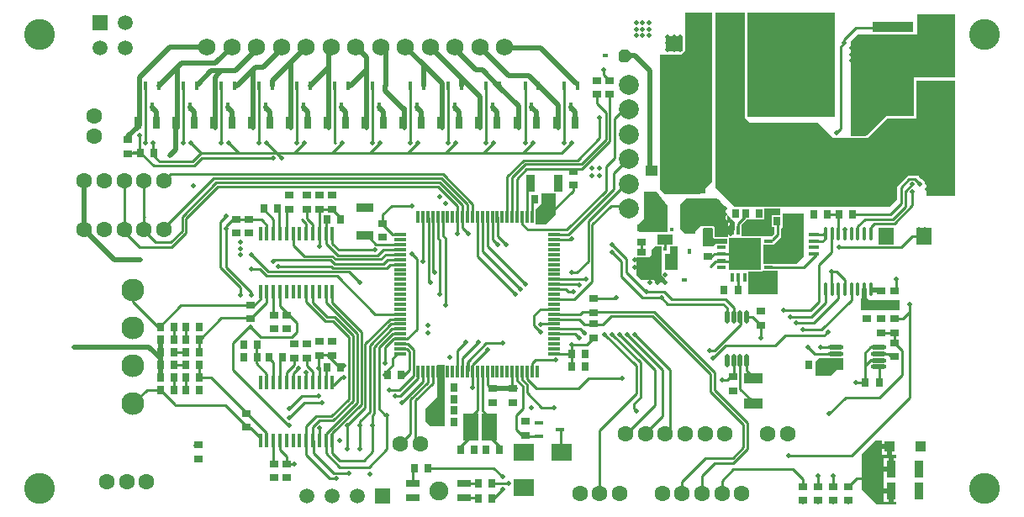
<source format=gbl>
G04*
G04 #@! TF.GenerationSoftware,Altium Limited,Altium Designer,18.1.1 (9)*
G04*
G04 Layer_Physical_Order=4*
G04 Layer_Color=16711680*
%FSAX25Y25*%
%MOIN*%
G70*
G01*
G75*
%ADD13C,0.01000*%
%ADD19C,0.12205*%
%ADD20R,0.03543X0.02756*%
%ADD21R,0.02756X0.03543*%
%ADD25R,0.04331X0.04803*%
%ADD26R,0.01772X0.03347*%
%ADD34R,0.01968X0.01772*%
%ADD45R,0.01400X0.05600*%
%ADD98C,0.07480*%
%ADD101C,0.01000*%
%ADD104C,0.02000*%
%ADD108C,0.06300*%
%ADD109C,0.05906*%
%ADD110R,0.05906X0.05906*%
%ADD111R,0.05906X0.05906*%
%ADD112C,0.09055*%
%ADD113C,0.07874*%
%ADD114C,0.06890*%
%ADD115C,0.02000*%
%ADD124R,0.01181X0.04724*%
%ADD125R,0.04724X0.01181*%
%ADD126R,0.05906X0.10630*%
%ADD127R,0.03898X0.01595*%
%ADD128R,0.02992X0.01595*%
%ADD129R,0.03740X0.06693*%
%ADD130R,0.06693X0.03740*%
%ADD131R,0.04331X0.07874*%
%ADD132R,0.16339X0.04134*%
%ADD133R,0.34646X0.41732*%
%ADD134R,0.02756X0.05118*%
%ADD135R,0.05984X0.06614*%
%ADD136R,0.07480X0.04331*%
%ADD137O,0.01772X0.05315*%
%ADD138R,0.05512X0.03150*%
%ADD139O,0.01400X0.05800*%
%ADD140R,0.12600X0.12600*%
%ADD141R,0.03800X0.01400*%
%ADD142R,0.01400X0.03800*%
%ADD143R,0.03937X0.04331*%
%ADD144R,0.01181X0.01772*%
%ADD145R,0.06299X0.03937*%
%ADD146O,0.06299X0.01772*%
%ADD147R,0.08268X0.06693*%
%ADD148R,0.04803X0.04331*%
%ADD149R,0.03347X0.01772*%
%ADD150R,0.06614X0.05984*%
%ADD151R,0.01772X0.01968*%
%ADD152R,0.06693X0.08662*%
G36*
X0887000Y0710500D02*
X0870500Y0710500D01*
Y0695000D01*
X0859500D01*
X0852000Y0687500D01*
X0845500Y0687500D01*
X0845500Y0698500D01*
X0845500Y0724673D01*
X0848327Y0727500D01*
X0872000Y0727500D01*
Y0735500D01*
X0887000D01*
Y0710500D01*
D02*
G37*
G36*
X0790500Y0669000D02*
X0785500Y0664000D01*
X0781545Y0664000D01*
X0771970Y0664000D01*
X0770000Y0665977D01*
X0770000Y0719500D01*
X0778500Y0719500D01*
X0780000Y0721000D01*
X0780000Y0736000D01*
X0790500Y0736000D01*
X0790500Y0669000D01*
D02*
G37*
G36*
X0757000Y0721500D02*
X0758500Y0720000D01*
Y0718000D01*
X0757000Y0716500D01*
X0754500D01*
X0753500Y0717500D01*
X0753500Y0720500D01*
X0754500Y0721500D01*
X0757000Y0721500D01*
D02*
G37*
G36*
X0803500Y0694500D02*
X0805500Y0692500D01*
X0832500D01*
X0838496Y0686505D01*
X0852477Y0686473D01*
X0859997Y0694000D01*
X0871500Y0694000D01*
X0871500Y0709000D01*
X0887000Y0709000D01*
X0887000Y0663500D01*
X0875500Y0663500D01*
X0875500Y0668500D01*
X0872500Y0671500D01*
X0868500Y0671500D01*
X0864000Y0667000D01*
X0864000Y0662000D01*
X0861000Y0659000D01*
X0799500Y0659000D01*
X0792000Y0666500D01*
X0792000Y0736000D01*
X0803500D01*
X0803500Y0694500D01*
D02*
G37*
G36*
X0817500Y0658351D02*
Y0655872D01*
X0814266D01*
Y0651128D01*
X0815378D01*
Y0648465D01*
X0814414Y0647500D01*
X0802350Y0647500D01*
Y0652250D01*
X0802350Y0652250D01*
X0802350D01*
X0802677Y0652591D01*
X0804086Y0654000D01*
X0810000D01*
Y0654128D01*
X0811234D01*
Y0658351D01*
X0817500Y0658351D01*
D02*
G37*
G36*
X0728500Y0656000D02*
X0724500Y0652000D01*
X0720500D01*
Y0658000D01*
X0723000Y0660500D01*
Y0664500D01*
X0728500D01*
Y0656000D01*
D02*
G37*
G36*
X0773000Y0659600D02*
X0773000Y0649000D01*
X0761500D01*
X0761500Y0652350D01*
X0763500Y0654550D01*
Y0665000D01*
X0768500Y0665000D01*
X0773000Y0659600D01*
D02*
G37*
G36*
X0796000Y0659000D02*
X0796000Y0653828D01*
X0796620D01*
Y0655880D01*
X0797776Y0654724D01*
Y0654228D01*
X0798272D01*
X0799850Y0652650D01*
X0799450D01*
Y0649750D01*
X0798450D01*
Y0648750D01*
X0796750D01*
Y0647300D01*
Y0647046D01*
X0796500Y0647149D01*
X0791769Y0647149D01*
X0791649Y0647269D01*
X0791649Y0650500D01*
X0791459Y0650959D01*
X0791370Y0650996D01*
Y0651322D01*
X0789000D01*
Y0651500D01*
X0786000D01*
X0784000Y0649500D01*
Y0648500D01*
X0780000Y0648500D01*
X0778000Y0650500D01*
X0778000Y0660000D01*
X0780500Y0662500D01*
X0792500D01*
X0796000Y0659000D01*
D02*
G37*
G36*
X0791000Y0650500D02*
X0791000Y0647000D01*
X0791500Y0646500D01*
X0796500Y0646500D01*
Y0644500D01*
X0792000Y0644500D01*
X0791000Y0643500D01*
X0787000Y0643500D01*
X0787000Y0650500D01*
X0791000Y0650500D01*
D02*
G37*
G36*
X0827000Y0656500D02*
X0827000Y0639500D01*
X0824000Y0636500D01*
X0811000D01*
Y0644000D01*
X0815000Y0644000D01*
X0818000Y0647000D01*
Y0650500D01*
X0818500Y0651000D01*
X0818500Y0656500D01*
X0827000Y0656500D01*
D02*
G37*
G36*
X0777000Y0634000D02*
X0772000Y0634000D01*
Y0640500D01*
X0774000D01*
X0774000Y0643500D01*
X0777000Y0643500D01*
Y0634000D01*
D02*
G37*
G36*
X0770500Y0639250D02*
X0770500Y0632000D01*
X0772000Y0630500D01*
X0772000Y0629000D01*
X0768500D01*
X0767500Y0630000D01*
X0762500D01*
X0760500Y0632000D01*
X0760500Y0639000D01*
X0765500Y0639000D01*
X0766500Y0640000D01*
X0766500Y0642000D01*
X0768000Y0643500D01*
X0770500D01*
Y0639250D01*
D02*
G37*
G36*
X0813000Y0633878D02*
X0816500D01*
X0816500Y0624500D01*
X0805000Y0624500D01*
X0805000Y0633500D01*
X0810550D01*
Y0633900D01*
X0812892D01*
X0813000Y0633878D01*
D02*
G37*
G36*
X0853000Y0622000D02*
X0865000D01*
Y0618000D01*
X0849500Y0618000D01*
Y0622500D01*
X0850500Y0623500D01*
X0851500D01*
X0853000Y0622000D01*
D02*
G37*
G36*
X0842500Y0594500D02*
X0840000D01*
X0837500Y0592000D01*
X0831500Y0592000D01*
X0831500Y0597500D01*
X0833000Y0599000D01*
X0842500D01*
Y0594500D01*
D02*
G37*
G36*
X0684500Y0589500D02*
X0684500Y0572000D01*
X0679000Y0572000D01*
X0677000Y0574000D01*
X0677000Y0579000D01*
X0681500Y0583500D01*
Y0596500D01*
X0684500D01*
Y0589500D01*
D02*
G37*
G36*
X0857929Y0565000D02*
X0860898D01*
Y0564000D01*
X0861898D01*
Y0560835D01*
X0863500D01*
Y0559346D01*
X0862488D01*
Y0555000D01*
X0861488D01*
Y0554000D01*
X0858618D01*
Y0550654D01*
Y0547500D01*
X0861488D01*
Y0546500D01*
X0862488D01*
Y0542154D01*
X0863500D01*
Y0541000D01*
X0856000D01*
X0850000Y0547000D01*
X0850000Y0561000D01*
X0855500Y0566500D01*
X0857929D01*
Y0565000D01*
D02*
G37*
%LPC*%
G36*
X0797450Y0652650D02*
X0796750D01*
Y0650750D01*
X0797450D01*
Y0652650D01*
D02*
G37*
G36*
X0859898Y0563000D02*
X0857929D01*
Y0560835D01*
X0859898D01*
Y0563000D01*
D02*
G37*
G36*
X0860488Y0559346D02*
X0858618D01*
Y0556000D01*
X0860488D01*
Y0559346D01*
D02*
G37*
G36*
Y0545500D02*
X0858618D01*
Y0542154D01*
X0860488D01*
Y0545500D01*
D02*
G37*
%LPD*%
D13*
X0672968Y0566906D02*
X0674874Y0565000D01*
X0667000D02*
X0671000Y0569000D01*
Y0582737D01*
X0672968Y0582443D02*
X0679795Y0589270D01*
X0672968Y0566906D02*
Y0582443D01*
X0679795Y0589270D02*
Y0593925D01*
X0671000Y0582737D02*
X0677827Y0589564D01*
Y0593925D01*
X0675858Y0589858D02*
Y0593925D01*
X0654400Y0555900D02*
X0661500Y0563000D01*
X0661000Y0576500D02*
X0661500D01*
Y0563000D02*
Y0576500D01*
X0658500Y0579000D02*
X0661000Y0576500D01*
X0656000Y0562000D02*
Y0572500D01*
X0652500Y0558500D02*
X0656000Y0562000D01*
Y0572500D02*
Y0576500D01*
X0656500Y0577000D01*
X0643056Y0558500D02*
X0652500D01*
X0656500Y0577000D02*
Y0603608D01*
X0640056Y0561500D02*
X0643056Y0558500D01*
X0640056Y0561500D02*
Y0566300D01*
X0637456Y0561500D02*
X0643056Y0555900D01*
X0637456Y0561500D02*
Y0566300D01*
X0643056Y0555900D02*
X0654400D01*
X0658500Y0579000D02*
Y0603345D01*
X0622000Y0556500D02*
X0622500Y0557000D01*
X0703000Y0549500D02*
X0703128Y0549372D01*
X0764000Y0569000D02*
X0771000Y0576000D01*
X0772000Y0568500D02*
X0774000Y0570500D01*
X0759500Y0579000D02*
X0760500Y0578000D01*
X0759500Y0579000D02*
Y0581000D01*
X0762100Y0583600D01*
Y0597400D01*
X0751000Y0608500D02*
X0762100Y0597400D01*
X0850500Y0551500D02*
X0851500Y0550500D01*
X0847744Y0551500D02*
X0850500D01*
X0844500Y0548256D02*
X0847744Y0551500D01*
X0641800Y0631700D02*
X0656937Y0616563D01*
X0667000D01*
X0720000Y0612000D02*
Y0616000D01*
Y0612000D02*
X0722500Y0609500D01*
X0722626Y0612626D02*
X0728024D01*
X0722500Y0612500D02*
X0722626Y0612626D01*
X0720000Y0616000D02*
X0722531Y0618531D01*
X0728024D01*
X0735000Y0633000D02*
X0737000D01*
X0741400Y0637400D01*
X0740343Y0630343D02*
X0740500Y0630500D01*
X0728024Y0630343D02*
X0740343D01*
X0737748Y0628000D02*
X0738000D01*
X0728024Y0628374D02*
X0737374D01*
X0737748Y0628000D01*
X0733500Y0625500D02*
X0735500D01*
X0732595Y0626405D02*
X0733500Y0625500D01*
X0728024Y0626405D02*
X0732595D01*
X0743000Y0629500D02*
Y0652000D01*
X0735969Y0622469D02*
X0743000Y0629500D01*
X0704000Y0555500D02*
X0707500Y0552000D01*
X0678000Y0555500D02*
X0704000D01*
X0703256Y0549500D02*
X0710000D01*
X0703000D02*
X0703256D01*
X0703256Y0549500D02*
X0703256Y0549500D01*
X0704000Y0543500D02*
X0707500Y0547000D01*
X0573000Y0650500D02*
X0592900Y0670400D01*
X0756500Y0569000D02*
X0768000Y0580500D01*
Y0594500D01*
X0771000Y0576000D02*
Y0594500D01*
X0774000Y0570500D02*
Y0594500D01*
X0561000Y0581000D02*
X0566500Y0586500D01*
X0560500Y0580500D02*
X0561000Y0581000D01*
X0566500Y0586500D02*
X0571744D01*
X0561000Y0621500D02*
X0571000Y0611500D01*
X0561000Y0621500D02*
Y0626000D01*
X0580000Y0620000D02*
X0609000D01*
X0571500Y0611500D02*
X0580000Y0620000D01*
X0571000Y0611500D02*
X0571500D01*
X0580400Y0655163D02*
X0594037Y0668800D01*
X0582000Y0654500D02*
X0594700Y0667200D01*
X0580400Y0649400D02*
Y0655163D01*
X0594037Y0668800D02*
X0682463D01*
X0592900Y0670400D02*
X0683125D01*
X0582000Y0648737D02*
Y0654500D01*
X0594700Y0667200D02*
X0681800D01*
X0689638Y0659362D01*
X0565374Y0655126D02*
X0565500Y0655000D01*
X0565000Y0650000D02*
X0570000Y0645000D01*
X0682463Y0668800D02*
X0691606Y0659656D01*
X0576263Y0643000D02*
X0582000Y0648737D01*
X0563500Y0643000D02*
X0576263D01*
X0557500Y0654000D02*
Y0655000D01*
Y0649000D02*
X0563500Y0643000D01*
X0570000Y0645000D02*
X0576000D01*
X0580400Y0649400D01*
X0557500Y0669500D02*
X0557500Y0669500D01*
Y0650000D02*
Y0669500D01*
X0565374Y0650126D02*
Y0669500D01*
X0683125Y0670400D02*
X0693575Y0659951D01*
X0576000Y0672000D02*
X0683788D01*
X0573700Y0669700D02*
X0576000Y0672000D01*
X0573448Y0669700D02*
X0573700D01*
X0683788Y0672000D02*
X0695543Y0660245D01*
X0573248Y0669500D02*
X0573448Y0669700D01*
X0870000Y0659737D02*
Y0665000D01*
X0862763Y0652500D02*
X0870000Y0659737D01*
X0853500Y0650000D02*
Y0651000D01*
X0855000Y0652500D01*
X0862763D01*
X0847500Y0730000D02*
X0864106D01*
X0840000Y0688500D02*
X0841500Y0690000D01*
Y0722500D01*
X0867100Y0665074D02*
X0870013Y0667987D01*
X0841500Y0722500D02*
X0843000Y0724000D01*
X0796488Y0590500D02*
X0798744Y0592756D01*
X0587000Y0606500D02*
X0587256Y0606244D01*
X0596000Y0615000D02*
X0608000D01*
X0587500Y0606500D02*
X0596000Y0615000D01*
X0624456Y0592956D02*
X0626500Y0595000D01*
X0621856Y0593356D02*
X0625000Y0596500D01*
Y0599244D01*
X0621856Y0589300D02*
Y0593356D01*
X0637000Y0595000D02*
X0637456Y0594544D01*
X0608000Y0634500D02*
X0611237D01*
X0646600Y0582888D02*
Y0607612D01*
X0648200Y0582226D02*
Y0608275D01*
X0649800Y0581563D02*
Y0608937D01*
X0651400Y0580900D02*
Y0609600D01*
X0653000Y0579500D02*
Y0604634D01*
X0654900Y0577900D02*
Y0604271D01*
X0639712Y0576000D02*
X0646600Y0582888D01*
X0640375Y0574400D02*
X0648200Y0582226D01*
X0637456Y0569218D02*
X0649800Y0581563D01*
X0640056Y0569556D02*
X0651400Y0580900D01*
X0646000Y0572500D02*
X0653000Y0579500D01*
X0651000Y0574000D02*
X0654900Y0577900D01*
X0595500Y0635000D02*
X0603500Y0627000D01*
Y0624000D02*
Y0627000D01*
X0610000Y0604500D02*
Y0605000D01*
Y0597000D02*
Y0604500D01*
X0602000Y0654256D02*
X0611744D01*
X0600500Y0654000D02*
X0602000D01*
X0598000Y0635000D02*
X0608000Y0625000D01*
Y0624000D02*
Y0625000D01*
X0598000Y0650500D02*
Y0651500D01*
Y0635000D02*
Y0650500D01*
Y0651500D02*
X0600500Y0654000D01*
X0760500Y0585000D02*
Y0596000D01*
X0746000Y0570500D02*
X0760500Y0585000D01*
X0754000Y0608500D02*
X0768000Y0594500D01*
X0697512Y0639488D02*
X0712500Y0624500D01*
X0697512Y0639488D02*
Y0654949D01*
X0703000Y0543500D02*
X0703256D01*
X0760000Y0608500D02*
X0774000Y0594500D01*
X0701500Y0643500D02*
X0716500Y0628500D01*
X0701449Y0644551D02*
Y0654949D01*
X0701500Y0643500D02*
Y0645000D01*
X0677984Y0555500D02*
X0678484Y0555000D01*
X0757000Y0608500D02*
X0771000Y0594500D01*
X0699500Y0641500D02*
X0714500Y0626500D01*
X0699480Y0644000D02*
Y0654949D01*
X0699500Y0641500D02*
Y0644000D01*
X0730500Y0564500D02*
X0733000Y0562000D01*
X0730154Y0570756D02*
X0730500Y0570409D01*
Y0564500D02*
Y0570409D01*
X0746000Y0547000D02*
X0747000Y0546000D01*
X0746000Y0547000D02*
Y0570500D01*
X0799000Y0555000D02*
X0822500D01*
X0794400Y0550400D02*
X0799000Y0555000D01*
X0794400Y0545500D02*
Y0550400D01*
X0822500Y0555000D02*
X0826500Y0551000D01*
Y0548256D02*
Y0551000D01*
X0739839Y0612500D02*
X0747129D01*
X0788000Y0559500D02*
X0798737D01*
X0778626Y0550126D02*
X0788000Y0559500D01*
X0778626Y0545500D02*
Y0550126D01*
X0798737Y0559500D02*
X0802900Y0563663D01*
X0739064Y0617500D02*
X0767500D01*
X0799000Y0557500D02*
X0804500Y0563000D01*
X0791500Y0557500D02*
X0799000D01*
X0786500Y0552500D02*
X0791500Y0557500D01*
X0786500Y0545500D02*
Y0552500D01*
X0802900Y0563663D02*
Y0572837D01*
X0804500Y0563000D02*
Y0573500D01*
X0789900Y0585837D02*
X0802900Y0572837D01*
X0791500Y0586500D02*
X0804500Y0573500D01*
X0778500Y0545500D02*
X0778626D01*
X0791500Y0586500D02*
Y0593500D01*
X0767500Y0617500D02*
X0791500Y0593500D01*
X0738127Y0616563D02*
X0739064Y0617500D01*
X0728024Y0616563D02*
X0738127D01*
X0789900Y0585837D02*
Y0592837D01*
X0750529Y0615900D02*
X0766837D01*
X0789900Y0592837D01*
X0747129Y0612500D02*
X0750529Y0615900D01*
X0728024Y0614594D02*
X0737744D01*
X0739839Y0612500D01*
X0840000Y0633500D02*
X0843220Y0630280D01*
Y0626400D02*
Y0630280D01*
X0838000Y0633500D02*
X0840000D01*
X0838000Y0626500D02*
Y0633500D01*
X0794500Y0590500D02*
X0796488D01*
X0805872Y0582628D02*
X0806920D01*
X0801700Y0586800D02*
X0805872Y0582628D01*
X0801700Y0586800D02*
Y0597982D01*
X0806029Y0592471D02*
X0806920D01*
X0804259Y0594241D02*
X0806029Y0592471D01*
X0804259Y0594241D02*
Y0597982D01*
X0862500Y0625756D02*
X0863500Y0626756D01*
Y0630500D01*
X0569000Y0680000D02*
Y0684500D01*
X0642500Y0642000D02*
X0657000D01*
X0863000Y0605256D02*
X0865042Y0603039D01*
X0866000Y0592500D02*
Y0602082D01*
X0865042Y0603039D02*
X0866000Y0602082D01*
X0857000Y0583500D02*
X0866000Y0592500D01*
X0794531Y0637500D02*
X0798468D01*
X0748000Y0608500D02*
X0760500Y0596000D01*
X0799140Y0592585D02*
Y0597982D01*
X0740000Y0609000D02*
X0740115Y0608885D01*
X0738343Y0610657D02*
X0740000Y0609000D01*
X0736311Y0608689D02*
X0738000Y0607000D01*
X0735000Y0604500D02*
X0740756D01*
X0611237Y0634500D02*
X0614037Y0631700D01*
X0641800D01*
X0810000Y0607000D02*
Y0612244D01*
X0717100Y0585400D02*
X0723000Y0579500D01*
X0717100Y0585400D02*
Y0588663D01*
X0723000Y0579500D02*
X0728000D01*
X0720500Y0598500D02*
X0728500D01*
X0719165Y0597165D02*
X0720500Y0598500D01*
X0719165Y0593925D02*
Y0597165D01*
X0754500Y0591000D02*
X0755000Y0591500D01*
X0741500Y0591000D02*
X0754500D01*
X0737500Y0587000D02*
X0741500Y0591000D01*
X0755000D02*
Y0591500D01*
X0790763Y0599000D02*
X0795763Y0604000D01*
X0721000Y0587000D02*
X0737500D01*
X0718700Y0589300D02*
X0721000Y0587000D01*
X0717197Y0590829D02*
Y0593925D01*
X0718700Y0589300D02*
Y0589326D01*
X0717197Y0590829D02*
X0718700Y0589326D01*
X0571500Y0611500D02*
X0571744D01*
X0609000Y0620000D02*
X0611456Y0622456D01*
Y0625300D01*
X0587256Y0606500D02*
X0587500D01*
X0592000Y0591500D02*
X0614056Y0569444D01*
X0587256Y0591500D02*
Y0596756D01*
Y0591500D02*
X0592000D01*
X0614056Y0566300D02*
Y0569444D01*
X0597500Y0580500D02*
X0606500Y0571500D01*
X0607500D02*
X0611456Y0567544D01*
Y0566300D02*
Y0567544D01*
X0577500Y0580500D02*
X0597500D01*
X0577500D02*
Y0580744D01*
X0571744Y0586500D02*
X0577500Y0580744D01*
X0692321Y0543646D02*
X0697354D01*
X0689500Y0648500D02*
X0689638Y0648638D01*
Y0654949D01*
Y0659362D01*
X0691606Y0650894D02*
X0694000Y0648500D01*
X0691606Y0650894D02*
Y0654949D01*
Y0659656D01*
X0695543Y0654949D02*
Y0660245D01*
X0693575Y0654949D02*
Y0659951D01*
X0796500Y0615500D02*
Y0619000D01*
X0756500Y0633000D02*
X0764500Y0625000D01*
X0705500Y0647500D02*
Y0655000D01*
X0862160Y0654160D02*
X0867100Y0659100D01*
X0851160Y0654160D02*
X0862160D01*
X0867100Y0659100D02*
Y0665074D01*
X0865500Y0666944D02*
X0868643Y0670087D01*
X0865500Y0660500D02*
Y0666944D01*
X0868643Y0670087D02*
X0870883D01*
X0872970Y0668000D01*
X0873000D01*
X0743500Y0622756D02*
X0752256D01*
X0752500Y0623000D01*
X0705500Y0647500D02*
X0709000Y0644000D01*
X0703417Y0646083D02*
X0705500Y0644000D01*
X0695500Y0587500D02*
Y0594500D01*
X0673500Y0610500D02*
Y0638500D01*
X0671500Y0640500D02*
X0673500Y0638500D01*
X0669720Y0606720D02*
X0673500Y0610500D01*
X0667000Y0606720D02*
X0669720D01*
X0661000Y0597000D02*
Y0603500D01*
X0664220Y0606720D01*
X0667000D01*
X0640056Y0644444D02*
X0642500Y0642000D01*
X0640056Y0644444D02*
Y0648300D01*
X0642100Y0639900D02*
X0658048D01*
X0660302Y0642154D01*
X0637500Y0644500D02*
X0642100Y0639900D01*
X0637000Y0654000D02*
X0637456Y0653544D01*
X0641200Y0638300D02*
X0659232D01*
X0661117Y0640185D01*
X0639900Y0639600D02*
X0641200Y0638300D01*
X0624656Y0643844D02*
X0628900Y0639600D01*
X0661117Y0640185D02*
X0667000D01*
X0628900Y0639600D02*
X0639900D01*
X0660302Y0642154D02*
X0667000D01*
X0616500Y0637500D02*
X0617000Y0638000D01*
X0661933Y0638217D02*
X0667000D01*
X0660216Y0636500D02*
X0661933Y0638217D01*
X0640737Y0636500D02*
X0660216D01*
X0639237Y0638000D02*
X0640737Y0636500D01*
X0617000Y0638000D02*
X0639237D01*
X0618500Y0635500D02*
X0639474D01*
X0662748Y0636248D02*
X0667000D01*
X0661400Y0634900D02*
X0662748Y0636248D01*
X0639474Y0635500D02*
X0640074Y0634900D01*
X0661400D01*
X0700990Y0605000D02*
X0707500D01*
X0693575Y0597575D02*
X0693853Y0597853D01*
Y0594203D02*
Y0597853D01*
Y0597863D01*
X0700990Y0605000D01*
X0693575Y0593925D02*
X0693853Y0594203D01*
X0695543Y0596543D02*
X0701500Y0602500D01*
X0695543Y0593925D02*
Y0596543D01*
X0693575Y0593925D02*
Y0597575D01*
X0715228Y0652272D02*
X0717500Y0650000D01*
X0733000D01*
X0748500Y0665500D01*
X0640500Y0588500D02*
X0643500Y0591500D01*
X0741400Y0637400D02*
Y0653400D01*
X0756500Y0668500D01*
X0634500Y0599500D02*
X0635500Y0600500D01*
X0638000D01*
X0643256Y0595244D01*
X0792000Y0637500D02*
X0794531D01*
X0790000Y0635500D02*
X0792000Y0637500D01*
X0834697Y0648197D02*
X0835000Y0648500D01*
X0831000Y0648197D02*
X0834697D01*
X0834598Y0645598D02*
X0835000Y0646000D01*
X0831000Y0645598D02*
X0834598D01*
X0628000Y0654000D02*
X0629656Y0652344D01*
Y0648300D02*
Y0652344D01*
X0621856Y0648300D02*
Y0657366D01*
X0622734Y0658244D01*
X0623000D01*
X0619056Y0648500D02*
X0619256Y0648300D01*
X0616656D02*
Y0654194D01*
X0619056Y0648500D02*
Y0657700D01*
X0618256Y0658500D02*
X0619056Y0657700D01*
X0612744Y0658106D02*
X0616656Y0654194D01*
X0612744Y0658106D02*
Y0658500D01*
X0629500Y0593000D02*
X0629656Y0592844D01*
Y0589300D02*
Y0592844D01*
X0628000Y0584000D02*
X0634500D01*
X0635000Y0643500D02*
Y0658000D01*
X0614700Y0633300D02*
X0646700D01*
X0629656Y0621344D02*
X0637100Y0613900D01*
X0640312D01*
X0629656Y0621344D02*
Y0625300D01*
X0632256Y0621244D02*
X0638000Y0615500D01*
X0640975D01*
X0632256Y0621244D02*
Y0625300D01*
X0632500Y0561500D02*
Y0566500D01*
X0634856Y0571356D02*
X0635000Y0571500D01*
X0634856Y0566300D02*
Y0571356D01*
X0632256Y0566300D02*
Y0571756D01*
X0634900Y0574400D01*
X0640375D01*
X0629656Y0566300D02*
Y0572156D01*
X0633500Y0576000D01*
X0639712D01*
X0637456Y0566300D02*
Y0569218D01*
X0762500Y0641500D02*
Y0645244D01*
X0772000Y0646000D02*
X0772059Y0645941D01*
Y0642323D02*
Y0645941D01*
X0587256Y0601500D02*
Y0606244D01*
X0581500Y0611500D02*
X0581744Y0611256D01*
Y0606500D02*
Y0611256D01*
X0581500Y0591000D02*
X0581744Y0590756D01*
Y0586500D02*
Y0590756D01*
X0577256Y0586744D02*
X0577500Y0586500D01*
X0577256Y0586744D02*
Y0591500D01*
X0577000Y0596500D02*
X0581744D01*
X0577000Y0596500D02*
X0577000Y0596500D01*
X0581500Y0601500D02*
X0581500Y0601500D01*
X0577256Y0601500D02*
X0581500D01*
X0577256Y0606744D02*
X0577500Y0606500D01*
X0577256Y0606744D02*
Y0611500D01*
X0743000Y0652000D02*
X0750500Y0659500D01*
X0757500D01*
X0748500Y0665500D02*
Y0675000D01*
X0751500Y0672500D02*
X0757500Y0678500D01*
X0728024Y0648059D02*
X0733559D01*
X0751500Y0666000D01*
Y0672500D01*
X0804259Y0615502D02*
X0806498D01*
X0809756Y0612244D01*
X0810000D01*
X0795763Y0604000D02*
X0815500D01*
X0819500Y0608000D01*
X0835000D01*
X0836500Y0609500D01*
X0829500Y0618000D02*
X0833000Y0621500D01*
Y0636000D01*
X0838000Y0641000D01*
X0819000Y0618000D02*
X0829500D01*
X0838000Y0641000D02*
Y0648498D01*
X0734500Y0600500D02*
X0734744Y0600744D01*
X0735000Y0601000D01*
X0728024Y0600815D02*
X0734685D01*
X0734744Y0595811D02*
Y0600744D01*
Y0600811D01*
X0735000Y0601000D02*
Y0604500D01*
X0740756D02*
X0743500Y0607244D01*
X0837000Y0577000D02*
X0843500Y0583500D01*
X0857000D01*
X0853339Y0603339D02*
X0856465D01*
X0851244Y0589500D02*
Y0596244D01*
Y0601244D01*
X0853339Y0603339D01*
X0856500Y0595500D02*
X0856756Y0595244D01*
Y0589500D02*
Y0595244D01*
X0847500Y0589500D02*
X0851244D01*
Y0596244D02*
X0853500Y0598500D01*
X0831220Y0600780D02*
X0839535D01*
X0828500Y0603500D02*
X0831220Y0600780D01*
X0833661Y0603339D02*
X0839535D01*
X0833500Y0603500D02*
X0833661Y0603339D01*
X0856465Y0600780D02*
X0860720D01*
X0862000Y0599500D01*
Y0599744D01*
X0727000Y0657000D02*
X0735500Y0665500D01*
Y0667744D01*
X0719165Y0661165D02*
X0720000Y0662000D01*
X0719165Y0654949D02*
Y0661165D01*
X0666500Y0586500D02*
X0672062Y0592062D01*
X0662500Y0586500D02*
X0666500D01*
X0672062Y0592062D02*
Y0602524D01*
X0673890Y0591890D02*
Y0593925D01*
X0674000Y0591000D02*
Y0592500D01*
X0667000Y0584000D02*
X0674000Y0591000D01*
X0665000Y0584000D02*
X0667000D01*
X0667500Y0581500D02*
X0675858Y0589858D01*
X0658500Y0603345D02*
X0663844Y0608689D01*
X0656500Y0603608D02*
X0663549Y0610657D01*
X0654900Y0604271D02*
X0663255Y0612626D01*
X0629000Y0581500D02*
X0636000D01*
X0623000Y0575500D02*
X0629000Y0581500D01*
X0643256Y0595000D02*
Y0595244D01*
X0634856Y0589300D02*
Y0594644D01*
X0634500Y0595000D02*
X0634856Y0594644D01*
X0634500Y0595000D02*
Y0598744D01*
X0635000Y0599244D01*
Y0658000D02*
X0635244Y0658244D01*
X0640000D01*
Y0658000D02*
X0643256Y0654744D01*
Y0654000D02*
Y0654744D01*
X0660000Y0653000D02*
Y0656000D01*
X0663500Y0659500D01*
X0671500D01*
X0659500Y0652500D02*
X0660000Y0653000D01*
Y0652000D02*
Y0652567D01*
Y0652000D02*
X0664000Y0648000D01*
X0667000D01*
X0664000Y0599000D02*
X0665815Y0600815D01*
X0667000D01*
X0661744Y0592500D02*
Y0594244D01*
X0664000Y0596500D02*
Y0599000D01*
X0661744Y0594244D02*
X0664000Y0596500D01*
X0667256Y0592500D02*
X0668500D01*
X0670400Y0594400D01*
Y0599707D01*
X0670462Y0599769D01*
Y0601861D01*
X0669818Y0602506D02*
X0670462Y0601861D01*
X0669732Y0602506D02*
X0669818D01*
X0667000Y0604752D02*
X0669834D01*
X0672062Y0602524D01*
X0669454Y0602783D02*
X0669732Y0602506D01*
X0667000Y0602783D02*
X0669454D01*
X0711291Y0587709D02*
X0711500Y0587500D01*
X0711291Y0587709D02*
Y0593925D01*
X0619256Y0619744D02*
X0622250Y0616750D01*
X0600500Y0594500D02*
Y0605000D01*
Y0594500D02*
X0622500Y0572500D01*
X0623000D01*
X0622500Y0557000D02*
X0625000D01*
X0600500Y0605000D02*
X0607000Y0611500D01*
X0607500D01*
X0611500Y0607500D01*
X0624000D01*
X0623000Y0579000D02*
X0628000Y0584000D01*
X0622500Y0575500D02*
X0623000D01*
X0640056Y0566300D02*
Y0569556D01*
X0643500Y0591500D02*
X0644500D01*
X0646000Y0563000D02*
Y0572500D01*
X0651000D02*
Y0574000D01*
Y0563000D02*
Y0572500D01*
X0640000Y0621000D02*
X0651400Y0609600D01*
X0637500Y0621237D02*
X0649800Y0608937D01*
X0640975Y0615500D02*
X0648200Y0608275D01*
X0640312Y0613900D02*
X0646600Y0607612D01*
X0681764Y0587736D02*
X0682000Y0587500D01*
X0681744Y0587744D02*
X0681764Y0587764D01*
Y0587736D02*
Y0587764D01*
Y0593925D01*
X0681744Y0573811D02*
Y0587744D01*
X0715228Y0590534D02*
Y0593925D01*
Y0590534D02*
X0717100Y0588663D01*
X0715559Y0568197D02*
X0721846D01*
X0713260Y0590240D02*
Y0593925D01*
Y0590240D02*
X0715500Y0588000D01*
Y0579000D02*
Y0588000D01*
X0789500Y0602000D02*
X0791500D01*
X0728024Y0622469D02*
X0735969D01*
X0826500Y0610500D02*
X0834000D01*
X0824000Y0613000D02*
X0831000D01*
X0821500Y0615500D02*
X0830000D01*
X0835543Y0621043D01*
Y0626400D01*
X0834000Y0610500D02*
X0845780Y0622280D01*
Y0626400D01*
X0821000Y0560500D02*
X0846000D01*
X0869000Y0583500D01*
X0790763Y0599000D02*
X0791000D01*
X0791500Y0602000D02*
X0802000Y0612500D01*
X0713000Y0576500D02*
X0715500Y0579000D01*
X0713000Y0570756D02*
Y0576500D01*
Y0570756D02*
X0715559Y0568197D01*
X0689638Y0602138D02*
X0693000Y0605500D01*
X0689638Y0593925D02*
Y0602138D01*
X0691606Y0599106D02*
X0698000Y0605500D01*
X0691606Y0593925D02*
Y0599106D01*
X0587256Y0596756D02*
X0587500Y0597000D01*
X0608000Y0615000D02*
X0614056Y0621056D01*
X0624000Y0607500D02*
X0626000Y0609500D01*
Y0613000D01*
X0622744Y0616256D02*
X0626000Y0613000D01*
X0595500Y0635000D02*
Y0653000D01*
X0598000Y0655500D01*
X0612500Y0653500D02*
X0614056Y0651944D01*
X0612250Y0653750D02*
X0612500Y0653500D01*
X0611744Y0654256D02*
X0612500Y0653500D01*
X0602000Y0654256D02*
X0602244Y0654500D01*
X0614056Y0648300D02*
Y0651944D01*
X0608000Y0640000D02*
X0614700Y0633300D01*
X0646700D02*
X0651000Y0629000D01*
X0653500Y0648000D02*
X0657378Y0644122D01*
X0667000D01*
X0637456Y0589300D02*
Y0594544D01*
X0624456Y0589300D02*
Y0592956D01*
X0624656Y0643844D02*
Y0648100D01*
X0624456Y0648300D02*
X0624656Y0648100D01*
X0637456Y0644544D02*
Y0648300D01*
Y0653544D01*
X0671849Y0554849D02*
X0672500Y0555500D01*
X0671849Y0549354D02*
Y0554849D01*
X0697354Y0543646D02*
X0697500Y0543500D01*
X0697354Y0549354D02*
X0697500Y0549500D01*
X0692321Y0549354D02*
X0697354D01*
X0718744Y0568256D02*
X0721500D01*
X0640630Y0553600D02*
X0646400D01*
X0640500Y0553500D02*
X0640530D01*
X0640630Y0553600D01*
X0639000Y0551500D02*
X0641500D01*
X0632500Y0561500D02*
X0640500Y0553500D01*
X0646400Y0553600D02*
X0646500Y0553500D01*
X0629656Y0560844D02*
X0639000Y0551500D01*
X0637500Y0621237D02*
Y0625256D01*
X0703417Y0646083D02*
Y0654949D01*
X0678100Y0629900D02*
X0679000Y0629000D01*
X0678100Y0629900D02*
Y0654676D01*
X0675858Y0637642D02*
Y0654949D01*
Y0637642D02*
X0676000Y0637500D01*
X0677827Y0654949D02*
X0678100Y0654676D01*
X0679795Y0633705D02*
Y0654949D01*
X0680000Y0633500D02*
Y0634000D01*
Y0633500D02*
X0680500Y0633000D01*
X0681764Y0646736D02*
X0682600Y0645900D01*
Y0624600D02*
Y0645900D01*
X0682500Y0624500D02*
X0682600Y0624600D01*
X0685000Y0620000D02*
Y0646500D01*
X0683732Y0647768D02*
X0685000Y0646500D01*
X0614000Y0684500D02*
X0617900Y0680600D01*
X0869000Y0583500D02*
Y0617500D01*
Y0620500D01*
X0870000Y0647500D02*
X0872500D01*
X0874402D01*
X0862000Y0614756D02*
X0866256D01*
X0869000Y0617500D01*
X0831000Y0613000D02*
X0840661Y0622661D01*
X0764500Y0625500D02*
X0771500D01*
X0774500Y0622500D01*
X0795781D01*
X0770500Y0623000D02*
X0773000Y0620500D01*
X0795000D01*
X0763000Y0623000D02*
X0770500D01*
X0754500Y0631500D02*
X0763000Y0623000D01*
X0764500Y0625000D02*
Y0625500D01*
X0795000Y0620500D02*
X0796500Y0619000D01*
X0795781Y0622500D02*
X0799140Y0619140D01*
X0754500Y0631500D02*
Y0637500D01*
X0756500Y0633000D02*
Y0638500D01*
X0751000Y0644000D02*
X0756500Y0638500D01*
X0751000Y0641000D02*
X0754500Y0637500D01*
X0802000Y0612500D02*
Y0615500D01*
X0799140Y0615502D02*
X0799140Y0619140D01*
X0563500Y0680500D02*
X0564000Y0681000D01*
X0585163Y0675400D02*
X0588263Y0678500D01*
X0616300D01*
X0616000Y0678800D02*
X0616300Y0678500D01*
X0618000Y0680500D02*
X0620000Y0678500D01*
X0616300D02*
X0616500D01*
X0603100Y0680600D02*
X0617900D01*
X0603000Y0680500D02*
X0603100Y0680600D01*
X0617900D02*
X0618000Y0680500D01*
X0695500Y0587437D02*
Y0587500D01*
X0694000Y0574811D02*
X0697600Y0578411D01*
Y0593837D01*
X0697512Y0593925D02*
X0697600Y0593837D01*
X0838500Y0548256D02*
Y0552500D01*
X0832500Y0548256D02*
Y0552500D01*
X0815744Y0653500D02*
X0816500Y0652744D01*
X0814500Y0646000D02*
X0816500Y0648000D01*
Y0652744D01*
X0637456Y0625300D02*
X0637500Y0625256D01*
X0640000Y0621000D02*
Y0625244D01*
X0640056Y0625300D01*
X0632000Y0625044D02*
X0632256Y0625300D01*
X0632256Y0566300D02*
X0632500Y0566544D01*
X0663255Y0612626D02*
X0667000D01*
X0629500Y0625144D02*
X0629656Y0625300D01*
X0629656Y0560844D02*
Y0566300D01*
X0629500Y0566456D02*
Y0568600D01*
X0653000Y0604634D02*
X0662961Y0614594D01*
X0667000D01*
X0663844Y0608689D02*
X0667000D01*
X0663549Y0610657D02*
X0667000D01*
X0640000Y0589000D02*
X0640500Y0588500D01*
X0861986Y0609001D02*
X0862000Y0609000D01*
X0588000Y0680500D02*
X0603000D01*
X0618000D02*
X0625000D01*
X0670000D02*
X0685000D01*
X0700000D01*
X0640000D02*
X0655000D01*
X0625000D02*
X0640000D01*
X0655000D02*
X0670000D01*
X0700000D02*
X0715500D01*
X0731000D01*
X0840661Y0651100D02*
Y0656000D01*
X0813000Y0635000D02*
X0827000D01*
X0832000Y0640000D01*
Y0640402D01*
X0717000Y0674000D02*
X0739000D01*
X0791500Y0640500D02*
X0800500D01*
X0799000Y0592500D02*
X0799140Y0592585D01*
X0732000Y0684500D02*
Y0706500D01*
X0716500Y0684500D02*
Y0706500D01*
X0701000Y0684500D02*
Y0706500D01*
X0686000Y0684500D02*
Y0706500D01*
X0671000Y0684500D02*
Y0706500D01*
X0656000Y0684500D02*
Y0706500D01*
X0641000Y0684500D02*
Y0706500D01*
Y0684500D02*
X0641205Y0684295D01*
X0626000Y0684500D02*
Y0706500D01*
X0611000Y0684500D02*
Y0706500D01*
X0596000Y0684500D02*
Y0706500D01*
X0581000Y0684500D02*
Y0706500D01*
X0566000Y0684500D02*
Y0706500D01*
X0569100Y0675400D02*
X0585163D01*
X0564000Y0680500D02*
X0569100Y0675400D01*
X0563744Y0680500D02*
X0564000D01*
X0563500Y0681256D02*
Y0687000D01*
X0559756Y0680500D02*
X0563500Y0681256D01*
X0559756Y0680500D02*
X0563500D01*
X0796500Y0615500D02*
X0796581Y0615502D01*
X0705386Y0654949D02*
X0705500Y0655000D01*
X0857744Y0609244D02*
X0862000D01*
X0863000Y0605256D02*
Y0609000D01*
X0865500Y0643000D02*
X0870000Y0647500D01*
X0841000Y0643000D02*
X0865500D01*
X0734685Y0600815D02*
X0734744Y0600811D01*
X0701449Y0588551D02*
X0703000Y0587000D01*
X0701449Y0588551D02*
Y0593925D01*
X0848339Y0651339D02*
X0851160Y0654160D01*
X0731000Y0680500D02*
X0735000Y0684500D01*
X0715500Y0680500D02*
X0719500Y0684500D01*
X0700000Y0680500D02*
X0704000Y0684500D01*
X0584000D02*
X0588000Y0680500D01*
X0685000D02*
X0689000Y0684500D01*
X0670000Y0680500D02*
X0674000Y0684500D01*
X0655000Y0680500D02*
X0659000Y0684500D01*
X0569256Y0679244D02*
Y0680500D01*
Y0679244D02*
X0571500Y0677000D01*
X0584500D01*
X0588000Y0680500D01*
X0640000D02*
X0644000Y0684500D01*
X0625000Y0680500D02*
X0629000Y0684500D01*
X0599000D02*
X0603000Y0680500D01*
X0843000Y0725500D02*
X0847500Y0730000D01*
X0843000Y0724000D02*
Y0725500D01*
X0861100Y0656100D02*
X0865500Y0660500D01*
X0847372Y0656100D02*
X0861100D01*
X0847272Y0656000D02*
X0847372Y0656100D01*
X0728024Y0610657D02*
X0738343D01*
X0728024Y0608689D02*
X0736311D01*
X0801000Y0631000D02*
X0801050Y0631050D01*
X0801000Y0626744D02*
Y0631000D01*
X0800756Y0626500D02*
X0801000Y0626744D01*
X0801050Y0649750D02*
Y0652550D01*
X0803500Y0655000D01*
Y0655500D01*
X0747500Y0711500D02*
X0749500Y0709500D01*
X0747500Y0711500D02*
Y0713500D01*
X0746000Y0686500D02*
Y0694500D01*
X0737100Y0677600D02*
X0746000Y0686500D01*
X0715837Y0677600D02*
X0737100D01*
X0709323Y0671086D02*
X0715837Y0677600D01*
X0709323Y0654949D02*
Y0671086D01*
X0562760Y0690760D02*
Y0692500D01*
X0734591Y0646091D02*
X0735000Y0646500D01*
X0728024Y0646091D02*
X0734591D01*
X0840661Y0656000D02*
X0840744D01*
X0836256D02*
X0840661D01*
X0614056Y0621056D02*
Y0625300D01*
X0619256Y0562744D02*
Y0566300D01*
Y0562744D02*
X0622000Y0560000D01*
Y0558000D02*
Y0560000D01*
X0619256Y0619744D02*
Y0625300D01*
X0813000Y0635000D02*
Y0635200D01*
X0699480Y0578331D02*
Y0593925D01*
Y0578331D02*
X0702000Y0575811D01*
Y0573311D02*
Y0575811D01*
X0706256Y0562811D02*
Y0564055D01*
X0703000Y0567311D02*
X0706256Y0564055D01*
X0690744Y0562811D02*
Y0564055D01*
X0694500Y0567811D01*
X0632256Y0589300D02*
Y0593744D01*
X0630000Y0596000D02*
X0632256Y0593744D01*
X0630000Y0596000D02*
Y0599244D01*
Y0654500D02*
Y0657500D01*
Y0654500D02*
X0632256Y0652244D01*
Y0648300D02*
Y0652244D01*
X0615000Y0599000D02*
X0616656Y0597344D01*
Y0589300D02*
Y0597344D01*
X0619256Y0589300D02*
Y0598744D01*
X0717197Y0654949D02*
Y0666197D01*
X0718000Y0667000D01*
X0616656Y0557844D02*
Y0566300D01*
Y0557844D02*
X0617000Y0557500D01*
Y0557256D02*
Y0557500D01*
X0616656Y0616844D02*
Y0625300D01*
Y0616844D02*
X0617000Y0616500D01*
Y0616256D02*
Y0616500D01*
X0745000Y0700000D02*
Y0703744D01*
Y0700000D02*
X0748400Y0696600D01*
Y0685663D02*
Y0696600D01*
X0738737Y0676000D02*
X0748400Y0685663D01*
X0716500Y0676000D02*
X0738737D01*
X0711291Y0670791D02*
X0716500Y0676000D01*
X0711291Y0654949D02*
Y0670791D01*
X0750000Y0685000D02*
Y0703744D01*
X0739000Y0674000D02*
X0750000Y0685000D01*
X0713260Y0670260D02*
X0717000Y0674000D01*
X0713260Y0654949D02*
Y0670260D01*
X0838000Y0648498D02*
X0838102Y0648600D01*
X0610000Y0597000D02*
X0614056Y0592944D01*
Y0589300D02*
Y0592944D01*
X0790344Y0639344D02*
X0791500Y0640500D01*
X0788998Y0639344D02*
X0790344D01*
X0681764Y0646736D02*
Y0654949D01*
X0683732Y0647768D02*
Y0654949D01*
X0757500Y0678343D02*
Y0678500D01*
X0756000Y0698000D02*
X0757000D01*
X0752000Y0694000D02*
X0756000Y0698000D01*
X0752000Y0678500D02*
Y0694000D01*
X0748500Y0675000D02*
X0752000Y0678500D01*
X0715228Y0652272D02*
Y0654949D01*
X0840661Y0622661D02*
Y0626400D01*
D19*
X0898500Y0727500D02*
D03*
Y0547500D02*
D03*
X0524000D02*
D03*
Y0727500D02*
D03*
D20*
X0607500Y0614744D02*
D03*
Y0620256D02*
D03*
X0852000D02*
D03*
Y0614744D02*
D03*
X0844500Y0548256D02*
D03*
Y0542744D02*
D03*
X0838500Y0548256D02*
D03*
Y0542744D02*
D03*
X0832500Y0542744D02*
D03*
Y0548256D02*
D03*
X0826500Y0548256D02*
D03*
Y0542744D02*
D03*
X0640000Y0663756D02*
D03*
Y0658244D02*
D03*
X0635000Y0663756D02*
D03*
Y0658244D02*
D03*
X0630000Y0663756D02*
D03*
Y0658244D02*
D03*
X0623000Y0663756D02*
D03*
Y0658244D02*
D03*
X0602000Y0648744D02*
D03*
Y0654256D02*
D03*
X0607000Y0648744D02*
D03*
Y0654256D02*
D03*
X0617000Y0610744D02*
D03*
Y0616256D02*
D03*
X0622000Y0610744D02*
D03*
Y0616256D02*
D03*
X0625000Y0604756D02*
D03*
Y0599244D02*
D03*
X0630000Y0604756D02*
D03*
Y0599244D02*
D03*
X0635000Y0605756D02*
D03*
Y0600244D02*
D03*
X0640000Y0605756D02*
D03*
Y0600244D02*
D03*
X0622000Y0551744D02*
D03*
Y0557256D02*
D03*
X0617000Y0551744D02*
D03*
Y0557256D02*
D03*
X0606000Y0577256D02*
D03*
Y0571744D02*
D03*
X0703500Y0581555D02*
D03*
Y0587067D02*
D03*
X0711500D02*
D03*
Y0581555D02*
D03*
X0857500Y0609244D02*
D03*
Y0614756D02*
D03*
X0863000Y0605256D02*
D03*
Y0599744D02*
D03*
Y0614756D02*
D03*
Y0609244D02*
D03*
X0788998Y0639344D02*
D03*
Y0644856D02*
D03*
Y0649344D02*
D03*
Y0654856D02*
D03*
X0587000Y0564756D02*
D03*
Y0559244D02*
D03*
X0857500Y0620244D02*
D03*
Y0625756D02*
D03*
X0716500Y0574012D02*
D03*
X0716500Y0568500D02*
D03*
X0863000Y0625756D02*
D03*
Y0620244D02*
D03*
X0743500Y0617244D02*
D03*
Y0622756D02*
D03*
Y0612756D02*
D03*
Y0607244D02*
D03*
X0735500Y0667744D02*
D03*
Y0673256D02*
D03*
X0750000Y0709256D02*
D03*
Y0703744D02*
D03*
X0745000Y0709256D02*
D03*
Y0703744D02*
D03*
X0559000Y0685756D02*
D03*
Y0680244D02*
D03*
X0810000Y0612244D02*
D03*
Y0617756D02*
D03*
X0798744Y0586244D02*
D03*
Y0591756D02*
D03*
X0762500Y0641256D02*
D03*
Y0635744D02*
D03*
Y0645244D02*
D03*
Y0650756D02*
D03*
X0660000Y0652567D02*
D03*
Y0647055D02*
D03*
D21*
X0612744Y0658500D02*
D03*
X0618256D02*
D03*
X0604744Y0604500D02*
D03*
X0610256D02*
D03*
X0604744Y0599500D02*
D03*
X0610256D02*
D03*
X0614744D02*
D03*
X0620256D02*
D03*
X0587256Y0601500D02*
D03*
X0581744Y0601500D02*
D03*
X0577256D02*
D03*
X0571744D02*
D03*
X0577256Y0606500D02*
D03*
X0571744Y0606500D02*
D03*
X0581744Y0606500D02*
D03*
X0587256D02*
D03*
X0571744Y0611500D02*
D03*
X0577256D02*
D03*
X0587256Y0611500D02*
D03*
X0581744Y0611500D02*
D03*
X0587256Y0596500D02*
D03*
X0581744D02*
D03*
X0577256Y0596500D02*
D03*
X0571744D02*
D03*
X0577256Y0591500D02*
D03*
X0571744Y0591500D02*
D03*
X0581744Y0591500D02*
D03*
X0587256Y0591500D02*
D03*
X0571744Y0586500D02*
D03*
X0577256D02*
D03*
X0587256Y0586500D02*
D03*
X0581744Y0586500D02*
D03*
X0846256Y0656000D02*
D03*
X0840744D02*
D03*
X0836256D02*
D03*
X0830744D02*
D03*
X0697744Y0549500D02*
D03*
X0703256Y0549500D02*
D03*
X0637744Y0595500D02*
D03*
X0643256D02*
D03*
X0637744Y0654000D02*
D03*
X0643256D02*
D03*
X0720244Y0662000D02*
D03*
X0725756D02*
D03*
X0740256Y0600811D02*
D03*
X0734744D02*
D03*
X0740256Y0595811D02*
D03*
X0734744D02*
D03*
X0682744Y0578311D02*
D03*
X0688256D02*
D03*
X0682744Y0573811D02*
D03*
X0688256D02*
D03*
Y0587311D02*
D03*
X0682744D02*
D03*
X0803744Y0656500D02*
D03*
X0809256D02*
D03*
X0794242Y0656600D02*
D03*
X0799754D02*
D03*
X0816244Y0653500D02*
D03*
X0821756D02*
D03*
X0800756Y0626000D02*
D03*
X0795244D02*
D03*
X0703256Y0543500D02*
D03*
X0697744Y0543500D02*
D03*
X0677984Y0555500D02*
D03*
X0672473D02*
D03*
X0834256Y0596500D02*
D03*
X0828744D02*
D03*
X0856756Y0589500D02*
D03*
X0851244D02*
D03*
X0682744Y0582811D02*
D03*
X0688256D02*
D03*
X0667256Y0592500D02*
D03*
X0661744D02*
D03*
X0690744Y0562811D02*
D03*
X0696256D02*
D03*
X0706256D02*
D03*
X0700744D02*
D03*
X0569256Y0680500D02*
D03*
X0563744D02*
D03*
D25*
X0780512Y0656000D02*
D03*
X0769488D02*
D03*
D26*
X0734559Y0698693D02*
D03*
X0737118Y0707000D02*
D03*
X0732000D02*
D03*
X0716500D02*
D03*
X0721618D02*
D03*
X0719059Y0698693D02*
D03*
X0703559D02*
D03*
X0706118Y0707000D02*
D03*
X0701000D02*
D03*
X0686000D02*
D03*
X0691118D02*
D03*
X0688559Y0698693D02*
D03*
X0673559D02*
D03*
X0676118Y0707000D02*
D03*
X0671000D02*
D03*
X0656000D02*
D03*
X0661118D02*
D03*
X0658559Y0698693D02*
D03*
X0643559D02*
D03*
X0646118Y0707000D02*
D03*
X0641000D02*
D03*
X0626000D02*
D03*
X0631118D02*
D03*
X0628559Y0698693D02*
D03*
X0613559D02*
D03*
X0616118Y0707000D02*
D03*
X0611000D02*
D03*
X0596000D02*
D03*
X0601118D02*
D03*
X0598559Y0698693D02*
D03*
X0583559D02*
D03*
X0586118Y0707000D02*
D03*
X0581000D02*
D03*
X0566000D02*
D03*
X0571118D02*
D03*
X0568559Y0698693D02*
D03*
D34*
X0748374Y0719000D02*
D03*
X0757626D02*
D03*
X0770374Y0630000D02*
D03*
X0779626D02*
D03*
D45*
X0640056Y0648300D02*
D03*
X0637456D02*
D03*
X0634856D02*
D03*
X0632256D02*
D03*
X0629656D02*
D03*
X0627056D02*
D03*
X0624456D02*
D03*
X0621856D02*
D03*
X0619256D02*
D03*
X0616656D02*
D03*
X0614056D02*
D03*
X0611456D02*
D03*
Y0625300D02*
D03*
X0614056D02*
D03*
X0616656D02*
D03*
X0619256D02*
D03*
X0621856D02*
D03*
X0624456D02*
D03*
X0627056D02*
D03*
X0629656D02*
D03*
X0632256D02*
D03*
X0634856D02*
D03*
X0637456D02*
D03*
X0640056D02*
D03*
Y0589300D02*
D03*
X0637456D02*
D03*
X0634856D02*
D03*
X0632256D02*
D03*
X0629656D02*
D03*
X0627056D02*
D03*
X0624456D02*
D03*
X0621856D02*
D03*
X0619256D02*
D03*
X0616656D02*
D03*
X0614056D02*
D03*
X0611456D02*
D03*
Y0566300D02*
D03*
X0614056D02*
D03*
X0616656D02*
D03*
X0619256D02*
D03*
X0621856D02*
D03*
X0624456D02*
D03*
X0627056D02*
D03*
X0629656D02*
D03*
X0632256D02*
D03*
X0634856D02*
D03*
X0637456D02*
D03*
X0640056D02*
D03*
D98*
X0682085Y0546500D02*
D03*
D101*
X0798468Y0637500D02*
D03*
X0794531D02*
D03*
D104*
X0571500Y0606500D02*
X0571744Y0606256D01*
X0567244Y0603500D02*
X0571744Y0599000D01*
X0540500Y0603500D02*
X0567244D01*
X0537500D02*
X0540500D01*
X0553500Y0638000D02*
X0564000D01*
X0541500Y0650000D02*
X0553500Y0638000D01*
X0541500Y0650000D02*
Y0669000D01*
X0542000Y0669500D01*
X0571744Y0596500D02*
Y0599000D01*
Y0601500D01*
X0766000Y0673500D02*
Y0713000D01*
X0755000Y0719000D02*
X0757500D01*
X0757626D01*
X0760000D02*
X0766000Y0713000D01*
X0711500Y0587067D02*
X0712433D01*
X0703500D02*
X0711500D01*
X0571744Y0601500D02*
Y0606256D01*
Y0601500D02*
X0571744D01*
X0712433Y0587067D02*
X0712500Y0587000D01*
X0571744Y0591500D02*
Y0596500D01*
X0575500Y0679500D02*
X0577760Y0681760D01*
X0757626Y0719000D02*
X0760000D01*
X0578500Y0690500D02*
Y0714382D01*
X0734500Y0698500D02*
Y0698744D01*
X0719000Y0698500D02*
Y0698744D01*
X0703500Y0698500D02*
Y0698744D01*
X0688500Y0698500D02*
Y0698744D01*
X0673500Y0698500D02*
Y0698744D01*
X0658500Y0698500D02*
Y0698744D01*
X0643500Y0698500D02*
Y0698744D01*
X0628500Y0698500D02*
Y0698744D01*
X0613500Y0698500D02*
Y0698744D01*
X0598500Y0698500D02*
Y0698744D01*
X0583500Y0698500D02*
Y0698744D01*
X0568500Y0698500D02*
Y0698744D01*
X0729500Y0690500D02*
Y0699500D01*
X0721809Y0707191D02*
X0729500Y0699500D01*
X0699500Y0713500D02*
X0706059Y0706941D01*
X0714000Y0690500D02*
Y0699000D01*
X0706059Y0706941D02*
X0714000Y0699000D01*
X0698500Y0690500D02*
Y0702843D01*
X0678843Y0722500D02*
X0698500Y0702843D01*
X0683500Y0692500D02*
Y0708000D01*
Y0690500D02*
Y0692500D01*
X0661000Y0705000D02*
Y0707000D01*
X0659078Y0722421D02*
X0659078Y0722421D01*
X0661118Y0720382D01*
X0659000Y0722500D02*
X0659078Y0722421D01*
X0668500Y0690500D02*
Y0697500D01*
X0653500Y0690500D02*
Y0713000D01*
X0638500Y0690500D02*
Y0714382D01*
Y0721000D01*
X0623500Y0690500D02*
Y0716500D01*
X0616118Y0709118D02*
X0623500Y0716500D01*
X0629500Y0722500D01*
X0608500Y0690500D02*
Y0713382D01*
X0609618Y0714500D01*
X0593500Y0690500D02*
Y0710500D01*
X0592000Y0713000D02*
X0596000D01*
X0601500D02*
X0610472Y0721972D01*
X0610500Y0722000D01*
X0571118Y0707000D02*
X0578500Y0714382D01*
X0580118Y0716000D01*
X0850514Y0622242D02*
X0850898Y0622626D01*
X0854000Y0626150D02*
X0857500D01*
X0559000Y0687000D02*
X0562760Y0690760D01*
X0563500Y0691500D01*
Y0710500D01*
X0736240Y0692500D02*
Y0696760D01*
X0734500Y0698500D02*
X0736240Y0696760D01*
X0734500Y0698744D02*
X0734559Y0698693D01*
X0720740Y0692500D02*
Y0696760D01*
X0719000Y0698500D02*
X0720740Y0696760D01*
X0719000Y0698744D02*
X0719059Y0698693D01*
X0705240Y0692500D02*
Y0696760D01*
X0703500Y0698500D02*
X0705240Y0696760D01*
X0703500Y0698744D02*
X0703559Y0698693D01*
X0690240Y0692500D02*
Y0696760D01*
X0688500Y0698500D02*
X0690240Y0696760D01*
X0688500Y0698744D02*
X0688559Y0698693D01*
X0675240Y0692500D02*
Y0696760D01*
X0673500Y0698500D02*
X0675240Y0696760D01*
X0673500Y0698744D02*
X0673559Y0698693D01*
X0660240Y0692500D02*
Y0696760D01*
X0658500Y0698500D02*
X0660240Y0696760D01*
X0658500Y0698744D02*
X0658559Y0698693D01*
X0645240Y0692500D02*
Y0696760D01*
X0643500Y0698500D02*
X0645240Y0696760D01*
X0643500Y0698744D02*
X0643559Y0698693D01*
X0630240Y0692500D02*
Y0696760D01*
X0628500Y0698500D02*
X0630240Y0696760D01*
X0628500Y0698744D02*
X0628559Y0698693D01*
X0615240Y0692500D02*
Y0696760D01*
X0613500Y0698500D02*
X0615240Y0696760D01*
X0613500Y0698744D02*
X0613559Y0698693D01*
X0600240Y0692500D02*
Y0696760D01*
X0598500Y0698500D02*
X0600240Y0696760D01*
X0598500Y0698744D02*
X0598559Y0698693D01*
X0585240Y0692500D02*
Y0696760D01*
X0583500Y0698500D02*
X0585240Y0696760D01*
X0583500Y0698744D02*
X0583559Y0698693D01*
X0570240Y0692500D02*
Y0696760D01*
X0568500Y0698500D02*
X0570240Y0696760D01*
X0568500Y0698744D02*
X0568559Y0698693D01*
X0708500Y0722000D02*
X0722500D01*
X0736500Y0708000D01*
X0718000Y0711000D02*
X0721809Y0707191D01*
X0710000Y0711000D02*
X0718000D01*
X0698528Y0722472D02*
X0710000Y0711000D01*
X0698528Y0722472D02*
Y0722500D01*
X0689000Y0721500D02*
Y0722000D01*
Y0721500D02*
X0697000Y0713500D01*
X0699500D01*
X0706059Y0706941D02*
X0706118Y0707000D01*
X0691118D02*
Y0709882D01*
X0676118Y0707000D02*
Y0715382D01*
X0683500Y0708000D01*
X0669000Y0722500D02*
X0676118Y0715382D01*
X0661118Y0707000D02*
Y0720382D01*
X0661000Y0705000D02*
X0668500Y0697500D01*
Y0697850D01*
X0649500Y0722500D02*
X0653500Y0718500D01*
Y0713000D02*
Y0718500D01*
X0647118Y0707000D02*
X0653118Y0713000D01*
X0653500D01*
X0631118Y0707000D02*
X0638500Y0714382D01*
Y0721000D02*
X0639000Y0721500D01*
X0616118Y0707000D02*
Y0709118D01*
X0612500Y0714500D02*
X0619500Y0721500D01*
X0609618Y0714500D02*
X0612500D01*
X0602118Y0707000D02*
X0608500Y0713382D01*
Y0713500D01*
X0586559Y0707559D02*
X0592000Y0713000D01*
X0593500Y0710500D02*
X0596000Y0713000D01*
X0601500D01*
X0577760Y0681760D02*
Y0692500D01*
X0593602Y0716000D02*
X0600102Y0722500D01*
X0580118Y0716000D02*
X0593602D01*
X0850898Y0622626D02*
Y0626400D01*
X0857500Y0625756D02*
Y0626150D01*
X0575500Y0722500D02*
X0590260D01*
X0563500Y0710500D02*
X0575500Y0722500D01*
X0559000Y0685756D02*
Y0687000D01*
D108*
X0674874Y0565000D02*
D03*
X0667000D02*
D03*
X0753874Y0545500D02*
D03*
X0738126D02*
D03*
X0746000D02*
D03*
X0795685Y0569000D02*
D03*
X0787811D02*
D03*
X0779937D02*
D03*
X0772037D02*
D03*
X0764137D02*
D03*
X0756263D02*
D03*
X0770752Y0545500D02*
D03*
X0778626D02*
D03*
X0786500D02*
D03*
X0794400D02*
D03*
X0802300D02*
D03*
X0573248Y0650000D02*
D03*
X0565374D02*
D03*
X0557500D02*
D03*
X0549600D02*
D03*
X0541700D02*
D03*
X0573248Y0669500D02*
D03*
X0565374D02*
D03*
X0557500D02*
D03*
X0549600D02*
D03*
X0541700D02*
D03*
X0550626Y0550000D02*
D03*
X0566374D02*
D03*
X0558500D02*
D03*
X0812563Y0569000D02*
D03*
X0820437D02*
D03*
X0545500Y0687126D02*
D03*
Y0695000D02*
D03*
D109*
X0558000Y0722000D02*
D03*
X0548000D02*
D03*
X0558000Y0732000D02*
D03*
X0630000Y0544500D02*
D03*
X0640000D02*
D03*
X0650000D02*
D03*
D110*
X0548000Y0732000D02*
D03*
D111*
X0660000Y0544500D02*
D03*
D112*
X0561000Y0626000D02*
D03*
Y0611000D02*
D03*
Y0596000D02*
D03*
Y0581000D02*
D03*
D113*
X0757500Y0707606D02*
D03*
Y0697764D02*
D03*
Y0687921D02*
D03*
Y0678079D02*
D03*
Y0668236D02*
D03*
Y0658394D02*
D03*
D114*
X0590260Y0722500D02*
D03*
X0600102D02*
D03*
X0609945D02*
D03*
X0619787D02*
D03*
X0629630D02*
D03*
X0639472D02*
D03*
X0649315D02*
D03*
X0659157D02*
D03*
X0669000D02*
D03*
X0678843D02*
D03*
X0688685D02*
D03*
X0698528D02*
D03*
X0708370D02*
D03*
D115*
X0655000Y0553000D02*
D03*
X0661500Y0576500D02*
D03*
X0656000Y0572500D02*
D03*
X0760500Y0578000D02*
D03*
X0856500Y0563000D02*
D03*
X0854000D02*
D03*
Y0545500D02*
D03*
X0856500D02*
D03*
X0851500Y0548000D02*
D03*
X0851500Y0550500D02*
D03*
Y0558000D02*
D03*
X0851500Y0555500D02*
D03*
Y0553000D02*
D03*
X0854000Y0548000D02*
D03*
Y0550500D02*
D03*
Y0558000D02*
D03*
Y0555500D02*
D03*
Y0553000D02*
D03*
X0856500Y0548000D02*
D03*
Y0550500D02*
D03*
Y0558000D02*
D03*
Y0555500D02*
D03*
Y0553000D02*
D03*
X0851500Y0560500D02*
D03*
X0854000D02*
D03*
X0856500D02*
D03*
X0722500Y0609500D02*
D03*
Y0612500D02*
D03*
X0735000Y0633000D02*
D03*
X0740500Y0630500D02*
D03*
X0738000Y0628000D02*
D03*
X0735500Y0625500D02*
D03*
X0707500Y0552000D02*
D03*
X0710000Y0549500D02*
D03*
X0707500Y0547000D02*
D03*
X0540500Y0603500D02*
D03*
X0537500D02*
D03*
X0564000Y0638000D02*
D03*
X0585000Y0667500D02*
D03*
X0863500Y0678500D02*
D03*
Y0681000D02*
D03*
X0866000Y0686000D02*
D03*
Y0683500D02*
D03*
X0868500Y0691000D02*
D03*
Y0688500D02*
D03*
X0866000Y0681000D02*
D03*
Y0678500D02*
D03*
Y0676000D02*
D03*
X0870000Y0665000D02*
D03*
X0840000Y0688500D02*
D03*
X0870013Y0667987D02*
D03*
X0760000Y0638000D02*
D03*
Y0635000D02*
D03*
X0766000Y0629000D02*
D03*
X0769000D02*
D03*
X0772000D02*
D03*
Y0632000D02*
D03*
X0626500Y0595000D02*
D03*
X0608000Y0634500D02*
D03*
X0644500Y0596000D02*
D03*
X0608000Y0624000D02*
D03*
X0603500D02*
D03*
X0598000Y0650500D02*
D03*
X0754000Y0608500D02*
D03*
X0712500Y0624500D02*
D03*
X0760000Y0608500D02*
D03*
X0716500Y0628500D02*
D03*
X0757000Y0608500D02*
D03*
X0714500Y0626500D02*
D03*
X0813000Y0678500D02*
D03*
X0818000Y0683500D02*
D03*
Y0681000D02*
D03*
Y0678500D02*
D03*
X0846000Y0722000D02*
D03*
Y0719500D02*
D03*
Y0717000D02*
D03*
X0848500Y0714500D02*
D03*
X0851000Y0712000D02*
D03*
X0848500Y0717000D02*
D03*
Y0719500D02*
D03*
X0873500Y0734500D02*
D03*
Y0732000D02*
D03*
Y0729500D02*
D03*
X0561500Y0638000D02*
D03*
X0838000Y0633500D02*
D03*
X0794500Y0590500D02*
D03*
X0657000Y0642000D02*
D03*
X0795500Y0699000D02*
D03*
X0793000D02*
D03*
X0795500Y0701500D02*
D03*
X0793000D02*
D03*
Y0704000D02*
D03*
X0795500D02*
D03*
Y0706500D02*
D03*
X0793000D02*
D03*
X0832500Y0660500D02*
D03*
Y0663000D02*
D03*
Y0665500D02*
D03*
X0772000Y0699000D02*
D03*
X0748000Y0608500D02*
D03*
X0740000Y0609000D02*
D03*
X0738000Y0607000D02*
D03*
X0751000Y0608500D02*
D03*
X0810000Y0607000D02*
D03*
X0755000Y0591000D02*
D03*
X0719000Y0579500D02*
D03*
X0689500Y0648500D02*
D03*
X0694000D02*
D03*
X0763000Y0732000D02*
D03*
X0765500D02*
D03*
Y0729500D02*
D03*
X0763000Y0727000D02*
D03*
X0765500D02*
D03*
X0763000Y0729500D02*
D03*
X0760500Y0732000D02*
D03*
Y0727000D02*
D03*
Y0729500D02*
D03*
X0789500Y0670000D02*
D03*
X0777000Y0671500D02*
D03*
X0779500Y0674000D02*
D03*
X0782000Y0676500D02*
D03*
X0784500Y0679000D02*
D03*
X0787000Y0681500D02*
D03*
X0789500Y0684000D02*
D03*
X0876000Y0666000D02*
D03*
X0868500Y0673500D02*
D03*
X0876000Y0668500D02*
D03*
X0878500Y0666000D02*
D03*
Y0668500D02*
D03*
X0876000Y0671000D02*
D03*
X0873500D02*
D03*
X0871000Y0673500D02*
D03*
X0868500Y0676000D02*
D03*
X0873000Y0668000D02*
D03*
X0868500Y0686000D02*
D03*
X0871000Y0691000D02*
D03*
X0873500Y0693500D02*
D03*
Y0696000D02*
D03*
Y0698500D02*
D03*
Y0701000D02*
D03*
Y0703500D02*
D03*
Y0706000D02*
D03*
X0813000Y0714000D02*
D03*
Y0711500D02*
D03*
Y0734000D02*
D03*
Y0731500D02*
D03*
Y0729000D02*
D03*
Y0726500D02*
D03*
Y0724000D02*
D03*
Y0721500D02*
D03*
Y0719000D02*
D03*
Y0716500D02*
D03*
X0838000Y0724000D02*
D03*
X0815500Y0711500D02*
D03*
Y0714000D02*
D03*
Y0716500D02*
D03*
Y0724000D02*
D03*
Y0726500D02*
D03*
Y0729000D02*
D03*
Y0719000D02*
D03*
Y0721500D02*
D03*
Y0731500D02*
D03*
Y0734000D02*
D03*
X0878500Y0671000D02*
D03*
X0868500Y0678500D02*
D03*
Y0681000D02*
D03*
Y0683500D02*
D03*
X0815500Y0681000D02*
D03*
Y0678500D02*
D03*
Y0676000D02*
D03*
X0810500D02*
D03*
X0813000D02*
D03*
Y0673500D02*
D03*
X0808000D02*
D03*
X0810500D02*
D03*
Y0671000D02*
D03*
X0808000D02*
D03*
Y0668500D02*
D03*
X0805500Y0671000D02*
D03*
X0803000Y0668500D02*
D03*
X0805500D02*
D03*
X0800500Y0666000D02*
D03*
X0803000D02*
D03*
X0805500D02*
D03*
X0881000Y0671000D02*
D03*
X0883500D02*
D03*
X0886000D02*
D03*
X0881000Y0668500D02*
D03*
X0883500D02*
D03*
X0886000D02*
D03*
Y0666000D02*
D03*
X0883500D02*
D03*
X0881000D02*
D03*
X0752500Y0623000D02*
D03*
X0709000Y0644000D02*
D03*
X0705500D02*
D03*
X0728500Y0598500D02*
D03*
X0671500Y0640500D02*
D03*
X0678000Y0609000D02*
D03*
Y0612000D02*
D03*
X0707500Y0605000D02*
D03*
X0701500Y0602500D02*
D03*
X0872500Y0650000D02*
D03*
X0586000Y0564500D02*
D03*
X0772000Y0671500D02*
D03*
Y0674000D02*
D03*
Y0676500D02*
D03*
X0774500Y0671500D02*
D03*
X0789500Y0686500D02*
D03*
Y0689000D02*
D03*
Y0691500D02*
D03*
Y0704000D02*
D03*
Y0701500D02*
D03*
Y0699000D02*
D03*
Y0696500D02*
D03*
Y0694000D02*
D03*
Y0706500D02*
D03*
X0784500Y0681500D02*
D03*
X0782000D02*
D03*
Y0679000D02*
D03*
X0777000Y0674000D02*
D03*
X0779500Y0676500D02*
D03*
X0777000D02*
D03*
X0779500Y0679000D02*
D03*
X0777000D02*
D03*
X0779500Y0681500D02*
D03*
X0777000D02*
D03*
X0774500Y0674000D02*
D03*
Y0676500D02*
D03*
Y0679000D02*
D03*
X0772000D02*
D03*
X0774500Y0681500D02*
D03*
X0772000D02*
D03*
X0787000Y0706500D02*
D03*
X0784500D02*
D03*
X0782000D02*
D03*
X0779500D02*
D03*
X0772000Y0704000D02*
D03*
X0774500Y0699000D02*
D03*
Y0701500D02*
D03*
X0772000D02*
D03*
X0774500Y0704000D02*
D03*
Y0706500D02*
D03*
X0772000D02*
D03*
Y0696500D02*
D03*
X0774500D02*
D03*
X0772000Y0694000D02*
D03*
X0774500D02*
D03*
X0772000Y0691500D02*
D03*
X0774500D02*
D03*
X0772000Y0689000D02*
D03*
X0774500D02*
D03*
X0772000Y0686500D02*
D03*
X0774500D02*
D03*
X0772000Y0684000D02*
D03*
X0774500D02*
D03*
X0777000Y0706500D02*
D03*
Y0694000D02*
D03*
X0779500D02*
D03*
X0782000D02*
D03*
X0784500D02*
D03*
X0787000D02*
D03*
Y0696500D02*
D03*
X0784500D02*
D03*
X0782000D02*
D03*
X0779500D02*
D03*
X0777000D02*
D03*
X0787000Y0699000D02*
D03*
X0784500D02*
D03*
X0782000D02*
D03*
X0779500D02*
D03*
X0777000D02*
D03*
X0787000Y0701500D02*
D03*
X0784500D02*
D03*
X0782000D02*
D03*
X0779500D02*
D03*
X0777000D02*
D03*
X0787000Y0704000D02*
D03*
X0784500D02*
D03*
X0782000D02*
D03*
X0779500D02*
D03*
X0777000D02*
D03*
Y0691500D02*
D03*
X0779500D02*
D03*
X0782000D02*
D03*
X0784500D02*
D03*
X0787000D02*
D03*
X0777000Y0689000D02*
D03*
X0779500D02*
D03*
X0782000D02*
D03*
X0784500D02*
D03*
X0787000D02*
D03*
X0777000Y0686500D02*
D03*
X0779500D02*
D03*
X0782000D02*
D03*
X0784500D02*
D03*
X0787000D02*
D03*
Y0684000D02*
D03*
X0784500D02*
D03*
X0782000D02*
D03*
X0779500D02*
D03*
X0777000D02*
D03*
X0871000Y0676000D02*
D03*
Y0678500D02*
D03*
Y0681000D02*
D03*
Y0683500D02*
D03*
Y0686000D02*
D03*
Y0688500D02*
D03*
X0873500Y0673500D02*
D03*
Y0676000D02*
D03*
Y0678500D02*
D03*
Y0681000D02*
D03*
X0876000Y0673500D02*
D03*
X0878500D02*
D03*
X0881000D02*
D03*
X0883500D02*
D03*
X0886000D02*
D03*
Y0676000D02*
D03*
X0883500D02*
D03*
X0881000D02*
D03*
X0878500D02*
D03*
X0876000D02*
D03*
X0886000Y0678500D02*
D03*
X0883500D02*
D03*
X0881000D02*
D03*
X0878500D02*
D03*
X0876000D02*
D03*
X0886000Y0681000D02*
D03*
X0883500D02*
D03*
X0881000D02*
D03*
X0878500D02*
D03*
X0876000D02*
D03*
Y0706000D02*
D03*
X0878500D02*
D03*
X0881000D02*
D03*
X0883500D02*
D03*
X0886000D02*
D03*
X0876000Y0703500D02*
D03*
X0878500D02*
D03*
X0881000D02*
D03*
X0883500D02*
D03*
X0886000D02*
D03*
X0876000Y0701000D02*
D03*
X0878500D02*
D03*
X0881000D02*
D03*
X0883500D02*
D03*
X0886000D02*
D03*
X0876000Y0698500D02*
D03*
X0878500D02*
D03*
X0881000D02*
D03*
X0883500D02*
D03*
X0886000D02*
D03*
X0876000Y0696000D02*
D03*
X0878500D02*
D03*
X0881000D02*
D03*
X0883500D02*
D03*
X0886000D02*
D03*
X0876000Y0693500D02*
D03*
X0878500D02*
D03*
X0881000D02*
D03*
X0883500D02*
D03*
X0886000D02*
D03*
X0873500Y0691000D02*
D03*
X0876000D02*
D03*
X0878500D02*
D03*
X0881000D02*
D03*
X0883500D02*
D03*
X0886000D02*
D03*
X0873500Y0688500D02*
D03*
X0876000D02*
D03*
X0878500D02*
D03*
X0881000D02*
D03*
X0883500D02*
D03*
X0886000D02*
D03*
X0873500Y0686000D02*
D03*
X0876000D02*
D03*
X0878500D02*
D03*
X0881000D02*
D03*
X0883500D02*
D03*
X0886000D02*
D03*
Y0683500D02*
D03*
X0883500D02*
D03*
X0881000D02*
D03*
X0878500D02*
D03*
X0876000D02*
D03*
X0873500D02*
D03*
X0603500Y0645000D02*
D03*
Y0642500D02*
D03*
Y0640000D02*
D03*
X0629500Y0593500D02*
D03*
X0635000Y0643500D02*
D03*
Y0571500D02*
D03*
X0682500Y0663000D02*
D03*
X0685000Y0660500D02*
D03*
X0757500Y0719000D02*
D03*
X0686500Y0599500D02*
D03*
X0735000Y0604500D02*
D03*
X0679500Y0579000D02*
D03*
Y0574000D02*
D03*
X0643000Y0566500D02*
D03*
X0826500Y0542000D02*
D03*
X0832500D02*
D03*
X0838500D02*
D03*
X0844500D02*
D03*
X0837000Y0577000D02*
D03*
X0847500Y0589500D02*
D03*
X0836000Y0593500D02*
D03*
X0833000D02*
D03*
X0662500Y0586500D02*
D03*
X0665000Y0584000D02*
D03*
X0667500Y0581500D02*
D03*
X0636000D02*
D03*
X0634500Y0584000D02*
D03*
X0671500Y0659500D02*
D03*
X0668500Y0592500D02*
D03*
X0661000D02*
D03*
X0623000Y0572500D02*
D03*
X0625000Y0557000D02*
D03*
X0607500Y0611500D02*
D03*
X0623000Y0579000D02*
D03*
Y0575500D02*
D03*
X0644500Y0591500D02*
D03*
X0651000Y0563000D02*
D03*
X0646000Y0572500D02*
D03*
X0651000D02*
D03*
X0646000Y0563000D02*
D03*
X0634500Y0595000D02*
D03*
X0825500Y0642500D02*
D03*
X0823000D02*
D03*
X0820500D02*
D03*
Y0645000D02*
D03*
X0823000D02*
D03*
X0825500D02*
D03*
X0820500Y0647500D02*
D03*
X0823000D02*
D03*
X0825500D02*
D03*
X0820500Y0650000D02*
D03*
X0823000D02*
D03*
X0825500D02*
D03*
X0820500Y0652500D02*
D03*
X0823000D02*
D03*
X0825500D02*
D03*
X0769000Y0641000D02*
D03*
X0766000Y0632000D02*
D03*
X0763000D02*
D03*
X0769000D02*
D03*
X0766000Y0635000D02*
D03*
X0763000D02*
D03*
X0769000D02*
D03*
Y0638000D02*
D03*
X0763000D02*
D03*
X0789500Y0602000D02*
D03*
X0568500Y0698500D02*
D03*
X0583500D02*
D03*
X0598500D02*
D03*
X0613500D02*
D03*
X0628500D02*
D03*
X0643500D02*
D03*
X0658500D02*
D03*
X0673500D02*
D03*
X0688500D02*
D03*
X0703500D02*
D03*
X0719000D02*
D03*
X0734500D02*
D03*
X0745000Y0709500D02*
D03*
X0826500Y0610500D02*
D03*
X0824000Y0613000D02*
D03*
X0821500Y0615500D02*
D03*
X0819000Y0618000D02*
D03*
X0836500Y0609500D02*
D03*
X0718000Y0560000D02*
D03*
X0714000D02*
D03*
Y0564000D02*
D03*
X0718000D02*
D03*
X0716000Y0562000D02*
D03*
X0821000Y0560500D02*
D03*
X0791000Y0599000D02*
D03*
X0728000Y0579500D02*
D03*
X0712500Y0587000D02*
D03*
X0698000Y0605500D02*
D03*
X0693000D02*
D03*
X0617000Y0611000D02*
D03*
X0598000Y0655500D02*
D03*
X0610000Y0605000D02*
D03*
X0608000Y0640000D02*
D03*
X0618500Y0635500D02*
D03*
X0616500Y0637500D02*
D03*
X0637500Y0595000D02*
D03*
X0641500Y0551500D02*
D03*
X0646500Y0553500D02*
D03*
X0676000Y0637500D02*
D03*
X0680500Y0633000D02*
D03*
X0679000Y0629000D02*
D03*
X0685000Y0620000D02*
D03*
X0746000Y0671500D02*
D03*
X0809000Y0657000D02*
D03*
Y0638000D02*
D03*
Y0635500D02*
D03*
X0770500Y0623000D02*
D03*
X0764500Y0625500D02*
D03*
X0751000Y0644000D02*
D03*
Y0641000D02*
D03*
X0651000Y0629000D02*
D03*
X0620000Y0678500D02*
D03*
X0616500D02*
D03*
X0575500Y0679500D02*
D03*
X0563500Y0698000D02*
D03*
Y0687500D02*
D03*
X0729500Y0698000D02*
D03*
X0714000D02*
D03*
X0698500D02*
D03*
X0683500D02*
D03*
X0668500D02*
D03*
X0653500D02*
D03*
X0638500D02*
D03*
X0623500D02*
D03*
X0608500D02*
D03*
X0593500D02*
D03*
X0578500D02*
D03*
X0695500Y0587500D02*
D03*
X0881000Y0729500D02*
D03*
X0883500D02*
D03*
X0886000D02*
D03*
X0878500D02*
D03*
X0876000D02*
D03*
X0881000Y0732000D02*
D03*
X0883500D02*
D03*
X0886000D02*
D03*
X0878500D02*
D03*
X0876000D02*
D03*
X0881000Y0734500D02*
D03*
X0883500D02*
D03*
X0886000D02*
D03*
X0878500D02*
D03*
X0876000D02*
D03*
X0873500Y0727000D02*
D03*
X0876000D02*
D03*
X0878500D02*
D03*
X0886000D02*
D03*
X0883500D02*
D03*
X0881000D02*
D03*
X0873500Y0724500D02*
D03*
X0876000D02*
D03*
X0878500D02*
D03*
X0886000D02*
D03*
X0883500D02*
D03*
X0881000D02*
D03*
X0873500Y0722000D02*
D03*
X0876000D02*
D03*
X0878500D02*
D03*
X0886000D02*
D03*
X0883500D02*
D03*
X0881000D02*
D03*
X0873500Y0719500D02*
D03*
X0876000D02*
D03*
X0878500D02*
D03*
X0886000D02*
D03*
X0883500D02*
D03*
X0881000D02*
D03*
X0873500Y0717000D02*
D03*
X0876000D02*
D03*
X0878500D02*
D03*
X0886000D02*
D03*
X0883500D02*
D03*
X0881000D02*
D03*
X0873500Y0714500D02*
D03*
X0876000D02*
D03*
X0878500D02*
D03*
X0886000D02*
D03*
X0883500D02*
D03*
X0881000D02*
D03*
Y0712000D02*
D03*
X0883500D02*
D03*
X0886000D02*
D03*
X0878500D02*
D03*
X0876000D02*
D03*
X0873500D02*
D03*
X0853500D02*
D03*
X0856000D02*
D03*
X0858500D02*
D03*
X0871000D02*
D03*
X0868500D02*
D03*
X0866000D02*
D03*
X0863500D02*
D03*
X0861000D02*
D03*
Y0714500D02*
D03*
X0863500D02*
D03*
X0866000D02*
D03*
X0868500D02*
D03*
X0871000D02*
D03*
X0858500D02*
D03*
X0856000D02*
D03*
X0853500D02*
D03*
X0851000D02*
D03*
X0861000Y0717000D02*
D03*
X0863500D02*
D03*
X0866000D02*
D03*
X0868500D02*
D03*
X0871000D02*
D03*
X0858500D02*
D03*
X0856000D02*
D03*
X0853500D02*
D03*
X0851000D02*
D03*
X0861000Y0719500D02*
D03*
X0863500D02*
D03*
X0866000D02*
D03*
X0868500D02*
D03*
X0871000D02*
D03*
X0858500D02*
D03*
X0856000D02*
D03*
X0853500D02*
D03*
X0851000D02*
D03*
X0861000Y0722000D02*
D03*
X0863500D02*
D03*
X0866000D02*
D03*
X0868500D02*
D03*
X0871000D02*
D03*
X0858500D02*
D03*
X0856000D02*
D03*
X0853500D02*
D03*
X0851000D02*
D03*
X0848500D02*
D03*
X0861000Y0724500D02*
D03*
X0863500D02*
D03*
X0866000D02*
D03*
X0868500D02*
D03*
X0871000D02*
D03*
X0858500D02*
D03*
X0856000D02*
D03*
X0853500D02*
D03*
X0851000D02*
D03*
X0848500D02*
D03*
X0875000Y0645000D02*
D03*
X0872500D02*
D03*
Y0647500D02*
D03*
X0875000D02*
D03*
Y0650000D02*
D03*
X0838500Y0552500D02*
D03*
X0727000Y0657000D02*
D03*
X0724000D02*
D03*
X0743000Y0671500D02*
D03*
X0746000Y0674500D02*
D03*
X0743000D02*
D03*
X0790500Y0661000D02*
D03*
Y0658500D02*
D03*
Y0656000D02*
D03*
Y0653500D02*
D03*
X0793000Y0661000D02*
D03*
Y0658500D02*
D03*
X0795500D02*
D03*
X0793000Y0656000D02*
D03*
X0795500D02*
D03*
X0793000Y0653500D02*
D03*
X0795500D02*
D03*
X0793000Y0651000D02*
D03*
Y0648500D02*
D03*
X0795500Y0651000D02*
D03*
X0798000D02*
D03*
X0795500Y0648500D02*
D03*
X0798000D02*
D03*
X0755000Y0719000D02*
D03*
X0832500Y0552500D02*
D03*
X0863500Y0630500D02*
D03*
X0813500Y0650500D02*
D03*
X0815000Y0657000D02*
D03*
X0812500D02*
D03*
X0809000Y0648500D02*
D03*
X0810500Y0650500D02*
D03*
X0809000Y0652500D02*
D03*
X0812000D02*
D03*
X0806500Y0627500D02*
D03*
X0809000D02*
D03*
X0811500D02*
D03*
Y0630000D02*
D03*
X0809000D02*
D03*
X0806500D02*
D03*
X0811500Y0632500D02*
D03*
X0809000D02*
D03*
X0806500D02*
D03*
X0812000Y0648500D02*
D03*
X0843000Y0724000D02*
D03*
X0773000Y0721500D02*
D03*
X0775500D02*
D03*
X0778000D02*
D03*
Y0724000D02*
D03*
X0775500D02*
D03*
X0773000D02*
D03*
X0778000Y0726500D02*
D03*
X0775500D02*
D03*
X0773000D02*
D03*
X0833000Y0701500D02*
D03*
X0830500D02*
D03*
Y0704000D02*
D03*
X0833000D02*
D03*
X0830500Y0706500D02*
D03*
X0833000D02*
D03*
X0830500Y0709000D02*
D03*
X0833000D02*
D03*
X0838000Y0701500D02*
D03*
X0835500D02*
D03*
Y0704000D02*
D03*
X0838000D02*
D03*
X0835500Y0706500D02*
D03*
X0838000D02*
D03*
X0835500Y0709000D02*
D03*
X0838000D02*
D03*
X0818000Y0711500D02*
D03*
X0820500D02*
D03*
X0823000D02*
D03*
X0825500D02*
D03*
X0838000D02*
D03*
X0835500D02*
D03*
X0833000D02*
D03*
X0830500D02*
D03*
X0828000D02*
D03*
Y0714000D02*
D03*
X0830500D02*
D03*
X0833000D02*
D03*
X0835500D02*
D03*
X0838000D02*
D03*
X0825500D02*
D03*
X0823000D02*
D03*
X0820500D02*
D03*
X0818000D02*
D03*
X0828000Y0716500D02*
D03*
X0830500D02*
D03*
X0833000D02*
D03*
X0835500D02*
D03*
X0838000D02*
D03*
X0825500D02*
D03*
X0823000D02*
D03*
X0820500D02*
D03*
X0818000D02*
D03*
X0828000Y0719000D02*
D03*
X0830500D02*
D03*
X0833000D02*
D03*
X0835500D02*
D03*
X0838000D02*
D03*
X0825500D02*
D03*
X0823000D02*
D03*
X0820500D02*
D03*
X0818000D02*
D03*
X0828000Y0721500D02*
D03*
X0830500D02*
D03*
X0833000D02*
D03*
X0835500D02*
D03*
X0838000D02*
D03*
X0825500D02*
D03*
X0823000D02*
D03*
X0820500D02*
D03*
X0818000D02*
D03*
X0828000Y0724000D02*
D03*
X0830500D02*
D03*
X0833000D02*
D03*
X0835500D02*
D03*
X0825500D02*
D03*
X0823000D02*
D03*
X0820500D02*
D03*
X0818000D02*
D03*
X0828000Y0726500D02*
D03*
X0830500D02*
D03*
X0833000D02*
D03*
X0835500D02*
D03*
X0838000D02*
D03*
X0825500D02*
D03*
X0823000D02*
D03*
X0820500D02*
D03*
X0818000D02*
D03*
X0828000Y0729000D02*
D03*
X0830500D02*
D03*
X0833000D02*
D03*
X0835500D02*
D03*
X0838000D02*
D03*
X0825500D02*
D03*
X0823000D02*
D03*
X0820500D02*
D03*
X0818000D02*
D03*
X0828000Y0731500D02*
D03*
X0830500D02*
D03*
X0833000D02*
D03*
X0835500D02*
D03*
X0838000D02*
D03*
X0825500D02*
D03*
X0823000D02*
D03*
X0820500D02*
D03*
X0818000D02*
D03*
X0828000Y0734000D02*
D03*
X0830500D02*
D03*
X0833000D02*
D03*
X0835500D02*
D03*
X0838000D02*
D03*
X0825500D02*
D03*
X0823000D02*
D03*
X0820500D02*
D03*
X0818000D02*
D03*
X0869000Y0620500D02*
D03*
X0661000Y0597000D02*
D03*
X0732000Y0684500D02*
D03*
X0716500D02*
D03*
X0701000D02*
D03*
X0686000D02*
D03*
X0671000D02*
D03*
X0656000D02*
D03*
X0626000D02*
D03*
X0611000D02*
D03*
X0596000D02*
D03*
X0581000D02*
D03*
X0566000D02*
D03*
X0833500Y0603500D02*
D03*
X0828500D02*
D03*
X0841000Y0643000D02*
D03*
X0766000Y0638000D02*
D03*
X0735000Y0684500D02*
D03*
X0719500D02*
D03*
X0704000D02*
D03*
X0569000D02*
D03*
X0584000D02*
D03*
X0689000D02*
D03*
X0674000D02*
D03*
X0659000D02*
D03*
X0644000D02*
D03*
X0629000D02*
D03*
X0599000D02*
D03*
X0614000D02*
D03*
X0843220Y0650100D02*
D03*
X0747500Y0713500D02*
D03*
X0746000Y0694500D02*
D03*
X0735000Y0646500D02*
D03*
X0682500Y0624500D02*
D03*
D124*
X0721134Y0593925D02*
D03*
X0719165D02*
D03*
X0717197D02*
D03*
X0715228D02*
D03*
X0713260D02*
D03*
X0711291D02*
D03*
X0709323D02*
D03*
X0707354D02*
D03*
X0705386D02*
D03*
X0703417D02*
D03*
X0701449D02*
D03*
X0699480D02*
D03*
X0697512D02*
D03*
X0695543D02*
D03*
X0693575D02*
D03*
X0691606D02*
D03*
X0689638D02*
D03*
X0687669D02*
D03*
X0685701D02*
D03*
X0683732D02*
D03*
X0681764D02*
D03*
X0679795D02*
D03*
X0677827D02*
D03*
X0675858D02*
D03*
X0673890D02*
D03*
Y0654949D02*
D03*
X0675858D02*
D03*
X0677827D02*
D03*
X0679795D02*
D03*
X0681764D02*
D03*
X0683732D02*
D03*
X0685701D02*
D03*
X0687669D02*
D03*
X0689638D02*
D03*
X0691606D02*
D03*
X0693575D02*
D03*
X0695543D02*
D03*
X0697512D02*
D03*
X0699480D02*
D03*
X0701449D02*
D03*
X0703417D02*
D03*
X0705386D02*
D03*
X0707354D02*
D03*
X0709323D02*
D03*
X0711291D02*
D03*
X0713260D02*
D03*
X0715228D02*
D03*
X0717197D02*
D03*
X0719165D02*
D03*
X0721134D02*
D03*
D125*
X0667000Y0600815D02*
D03*
Y0602783D02*
D03*
Y0604752D02*
D03*
Y0606720D02*
D03*
Y0608689D02*
D03*
Y0610657D02*
D03*
Y0612626D02*
D03*
Y0614594D02*
D03*
Y0616563D02*
D03*
Y0618531D02*
D03*
Y0620500D02*
D03*
Y0622468D02*
D03*
Y0624437D02*
D03*
Y0626405D02*
D03*
Y0628374D02*
D03*
Y0630343D02*
D03*
Y0632311D02*
D03*
Y0634280D02*
D03*
Y0636248D02*
D03*
Y0638217D02*
D03*
Y0640185D02*
D03*
Y0642154D02*
D03*
Y0644122D02*
D03*
Y0646091D02*
D03*
Y0648059D02*
D03*
X0728024D02*
D03*
Y0646091D02*
D03*
Y0644122D02*
D03*
Y0642154D02*
D03*
Y0640185D02*
D03*
Y0638217D02*
D03*
Y0636248D02*
D03*
Y0634280D02*
D03*
Y0632311D02*
D03*
Y0630343D02*
D03*
Y0628374D02*
D03*
Y0626405D02*
D03*
Y0624437D02*
D03*
Y0622469D02*
D03*
Y0620500D02*
D03*
Y0618531D02*
D03*
Y0616563D02*
D03*
Y0614594D02*
D03*
Y0612626D02*
D03*
Y0610657D02*
D03*
Y0608689D02*
D03*
Y0606720D02*
D03*
Y0604752D02*
D03*
Y0602783D02*
D03*
Y0600815D02*
D03*
D126*
X0694760Y0571811D02*
D03*
X0702240D02*
D03*
D127*
X0831000Y0648197D02*
D03*
Y0645598D02*
D03*
Y0643000D02*
D03*
Y0640402D02*
D03*
D128*
X0819248Y0648197D02*
D03*
Y0645598D02*
D03*
Y0643000D02*
D03*
Y0640402D02*
D03*
D129*
X0718488Y0668500D02*
D03*
X0729512D02*
D03*
X0872512Y0546500D02*
D03*
X0861488D02*
D03*
Y0555000D02*
D03*
X0872512D02*
D03*
D130*
X0653000Y0658823D02*
D03*
Y0647799D02*
D03*
D131*
X0785882Y0668500D02*
D03*
X0796118D02*
D03*
Y0677500D02*
D03*
X0785882D02*
D03*
X0796118Y0686500D02*
D03*
X0785882D02*
D03*
Y0713500D02*
D03*
X0796118D02*
D03*
Y0731500D02*
D03*
X0785882D02*
D03*
Y0722500D02*
D03*
X0796118D02*
D03*
Y0704500D02*
D03*
X0785882D02*
D03*
Y0695500D02*
D03*
X0796118D02*
D03*
D132*
X0862106Y0730500D02*
D03*
Y0725500D02*
D03*
Y0720500D02*
D03*
Y0710500D02*
D03*
Y0705500D02*
D03*
Y0700500D02*
D03*
D133*
X0821949Y0715500D02*
D03*
D134*
X0570240Y0692500D02*
D03*
X0562760D02*
D03*
X0585240D02*
D03*
X0577760D02*
D03*
X0600240D02*
D03*
X0592760D02*
D03*
X0615240D02*
D03*
X0607760D02*
D03*
X0630240D02*
D03*
X0622760D02*
D03*
X0645240D02*
D03*
X0637760D02*
D03*
X0660240D02*
D03*
X0652760D02*
D03*
X0675240D02*
D03*
X0667760D02*
D03*
X0690240D02*
D03*
X0682760D02*
D03*
X0705240D02*
D03*
X0697760D02*
D03*
X0720740D02*
D03*
X0713260D02*
D03*
X0736240D02*
D03*
X0728760D02*
D03*
X0767760Y0637000D02*
D03*
X0775240D02*
D03*
D135*
X0863402Y0690500D02*
D03*
X0848598D02*
D03*
X0874402Y0647500D02*
D03*
X0859598D02*
D03*
D136*
X0806920Y0590971D02*
D03*
Y0581128D02*
D03*
D137*
X0804259Y0597982D02*
D03*
X0801700Y0597982D02*
D03*
X0799140D02*
D03*
X0796581Y0597982D02*
D03*
X0804259Y0615502D02*
D03*
X0801700Y0615502D02*
D03*
X0799140D02*
D03*
X0796581Y0615502D02*
D03*
D138*
X0671849Y0543646D02*
D03*
Y0549354D02*
D03*
X0692321Y0543646D02*
D03*
X0692321Y0549354D02*
D03*
D139*
X0853457Y0648600D02*
D03*
X0850898D02*
D03*
X0848339D02*
D03*
X0845780D02*
D03*
X0843220D02*
D03*
X0840661D02*
D03*
X0838102D02*
D03*
X0835543D02*
D03*
Y0626400D02*
D03*
X0838102D02*
D03*
X0840661D02*
D03*
X0843220D02*
D03*
X0845780D02*
D03*
X0848339D02*
D03*
X0850898D02*
D03*
X0853457D02*
D03*
D140*
X0803650Y0640400D02*
D03*
D141*
X0813000Y0635200D02*
D03*
Y0637800D02*
D03*
Y0640400D02*
D03*
Y0643000D02*
D03*
Y0645600D02*
D03*
X0794300D02*
D03*
Y0643000D02*
D03*
Y0640400D02*
D03*
Y0637800D02*
D03*
Y0635200D02*
D03*
D142*
X0808850Y0649750D02*
D03*
X0806250D02*
D03*
X0803650D02*
D03*
X0801050D02*
D03*
X0798450D02*
D03*
Y0631050D02*
D03*
X0801050D02*
D03*
X0803650D02*
D03*
X0806250D02*
D03*
X0808850D02*
D03*
D143*
X0860898Y0564000D02*
D03*
X0873102D02*
D03*
D144*
X0774618Y0642323D02*
D03*
X0772059D02*
D03*
X0769500D02*
D03*
Y0650000D02*
D03*
X0772059D02*
D03*
X0774618D02*
D03*
D145*
X0772059Y0646161D02*
D03*
D146*
X0839535Y0595661D02*
D03*
Y0598220D02*
D03*
Y0600780D02*
D03*
Y0603339D02*
D03*
X0856465Y0595661D02*
D03*
Y0598220D02*
D03*
Y0600780D02*
D03*
Y0603339D02*
D03*
D147*
X0716020Y0561646D02*
D03*
Y0547866D02*
D03*
X0730980Y0561646D02*
D03*
D148*
X0766500Y0673512D02*
D03*
Y0662488D02*
D03*
D149*
X0730154Y0570756D02*
D03*
X0721846Y0573315D02*
D03*
Y0568197D02*
D03*
D150*
X0775500Y0723902D02*
D03*
Y0709098D02*
D03*
D151*
X0781500Y0641374D02*
D03*
Y0650626D02*
D03*
D152*
X0823185Y0644299D02*
D03*
M02*

</source>
